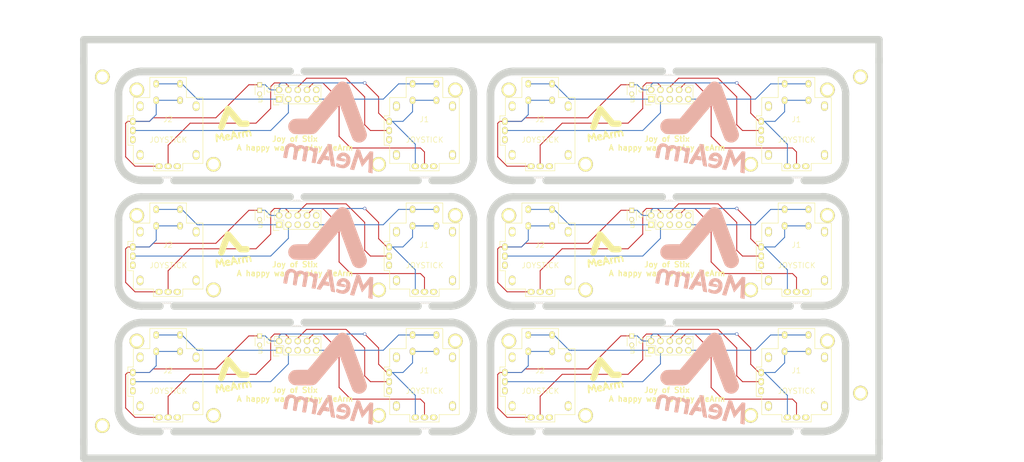
<source format=kicad_pcb>
(kicad_pcb (version 4) (host pcbnew "(2015-01-16 BZR 5376)-product")
  (layers (0 F.Cu signal) (31 B.Cu signal) (34 B.Paste user) (35 F.Paste user) (36 B.SilkS user) (37 F.SilkS user) (38 B.Mask user) (39 F.Mask user) (44 Edge.Cuts user))
  (net 0 "")
  (net 1 VCC)
  (net 2 GND)
  (net 3 A2)
  (net 4 A3)
  (net 5 S2)
  (net 6 A0)
  (net 7 A1)
  (net 8 S1)
  (net 9 "Net-(U1-Pad5)")
  (net 10 "Net-(U1-Pad7)")
  (module Mounting_Hole (layer F.Cu) (at 245.11 68.58)
    (fp_text reference "" (at 0 -5) (layer F.SilkS))
    (fp_text value "" (at 0 5) (layer F.SilkS))
    (pad "" thru_hole circle (at 0 0) (size 4 4) (drill 3) (layers *.Cu *.Mask F.SilkS))
  )
  (module Mounting_Hole (layer F.Cu) (at 245.11 154.94)
    (fp_text reference "" (at 0 -5) (layer F.SilkS))
    (fp_text value "" (at 0 5) (layer F.SilkS))
    (pad "" thru_hole circle (at 0 0) (size 4 4) (drill 3) (layers *.Cu *.Mask F.SilkS))
  )
  (module Mounting_Hole (layer F.Cu) (at 38.1 163.83)
    (fp_text reference "" (at 0 -5) (layer F.SilkS))
    (fp_text value "" (at 0 5) (layer F.SilkS))
    (pad "" thru_hole circle (at 0 0) (size 4 4) (drill 3) (layers *.Cu *.Mask F.SilkS))
  )
  (module Mounting_Hole (layer F.Cu) (at 38.1 68.58)
    (fp_text reference "" (at 0 -5) (layer F.SilkS))
    (fp_text value "" (at 0 5) (layer F.SilkS))
    (pad "" thru_hole circle (at 0 0) (size 4 4) (drill 3) (layers *.Cu *.Mask F.SilkS))
  )
  (module brains:MeArmLogo10mm (layer F.Cu) (at 175.514 81.407)
    (fp_text reference G*** hide)
    (fp_text value LOGO hide)
  )
  (module brains:MeArmLogo25mm (layer B.Cu) (at 201.422 82.423 180)
    (fp_text reference G*** hide)
    (fp_text value LOGO hide)
  )
  (module brains:TinyDrillHole (layer F.Cu) (at 156.21 96.139)
    (fp_text reference "" (at 0 0) (layer F.SilkS))
    (fp_text value "" (at 0 0 90) (layer F.SilkS))
    (pad 2 thru_hole circle (at 0 0) (size 0.3 0.3) (drill 0.3) (layers *.Cu *.Mask F.SilkS))
  )
  (module Pin_Headers:Pin_Header_Straight_2x05 (layer F.Cu) (at 187.96 74.676 90)
    (fp_text reference U1 (at 0 -5.1 90) (layer F.SilkS))
    (fp_text value JoyConnectISP)
    (pad 1 thru_hole rect (at 0 0 90) (size 1.7272 1.7272) (drill 1.016) (layers *.Cu *.Mask F.SilkS) (net 8 S1))
    (pad 2 thru_hole oval (at 2.54 0 90) (size 1.7272 1.7272) (drill 1.016) (layers *.Cu *.Mask F.SilkS) (net 1 VCC))
    (pad 3 thru_hole oval (at 0 2.54 90) (size 1.7272 1.7272) (drill 1.016) (layers *.Cu *.Mask F.SilkS) (net 6 A0))
    (pad 4 thru_hole oval (at 2.54 2.54 90) (size 1.7272 1.7272) (drill 1.016) (layers *.Cu *.Mask F.SilkS) (net 7 A1))
    (pad 5 thru_hole oval (at 0 5.08 90) (size 1.7272 1.7272) (drill 1.016) (layers *.Cu *.Mask F.SilkS) (net 9 "Net-(U1-Pad5)"))
    (pad 6 thru_hole oval (at 2.54 5.08 90) (size 1.7272 1.7272) (drill 1.016) (layers *.Cu *.Mask F.SilkS) (net 3 A2))
    (pad 7 thru_hole oval (at 0 7.62 90) (size 1.7272 1.7272) (drill 1.016) (layers *.Cu *.Mask F.SilkS) (net 10 "Net-(U1-Pad7)"))
    (pad 8 thru_hole oval (at 2.54 7.62 90) (size 1.7272 1.7272) (drill 1.016) (layers *.Cu *.Mask F.SilkS) (net 4 A3))
    (pad 9 thru_hole oval (at 0 10.16 90) (size 1.7272 1.7272) (drill 1.016) (layers *.Cu *.Mask F.SilkS) (net 5 S2))
    (pad 10 thru_hole oval (at 2.54 10.16 90) (size 1.7272 1.7272) (drill 1.016) (layers *.Cu *.Mask F.SilkS) (net 2 GND))
  )
  (module Capacitors_ThroughHole:C_Disc_D3_P2.5 (layer F.Cu) (at 182.658 70.736 270)
    (fp_text reference C1 (at 1.25 -2.5 270) (layer F.SilkS))
    (fp_text value C)
    (pad 1 thru_hole rect (at 0 0 270) (size 1.3 1.3) (drill 0.8) (layers *.Cu *.Mask F.SilkS) (net 1 VCC))
    (pad 2 thru_hole circle (at 2.5 0 270) (size 1.3 1.3) (drill 0.8001) (layers *.Cu *.Mask F.SilkS) (net 2 GND))
  )
  (module Mounting_Hole (layer F.Cu) (at 170.053 92.456)
    (fp_text reference "" (at 0 -5) (layer F.SilkS))
    (fp_text value "" (at 0 5) (layer F.SilkS))
    (pad "" thru_hole circle (at 0 0) (size 4 4) (drill 3) (layers *.Cu *.Mask F.SilkS))
  )
  (module Mounting_Hole (layer F.Cu) (at 236.093 72.136)
    (fp_text reference "" (at 0 -5) (layer F.SilkS))
    (fp_text value "" (at 0 5) (layer F.SilkS))
    (pad "" thru_hole circle (at 0 0) (size 4 4) (drill 3) (layers *.Cu *.Mask F.SilkS))
  )
  (module Mounting_Hole (layer F.Cu) (at 215.138 92.456)
    (fp_text reference "" (at 0 -5) (layer F.SilkS))
    (fp_text value "" (at 0 5) (layer F.SilkS))
    (pad "" thru_hole circle (at 0 0) (size 4 4) (drill 3) (layers *.Cu *.Mask F.SilkS))
  )
  (module Mounting_Hole (layer F.Cu) (at 149.098 72.136)
    (fp_text reference "" (at 0 -5) (layer F.SilkS))
    (fp_text value "" (at 0 5) (layer F.SilkS))
    (pad "" thru_hole circle (at 0 0) (size 4 4) (drill 3) (layers *.Cu *.Mask F.SilkS))
  )
  (module Brains:JOYSTICKS (layer F.Cu) (at 157.658 83.236)
    (fp_text reference J2 (at -0.05 -3.05) (layer F.SilkS) (effects (font (size 1.5 1.5))))
    (fp_text value JOYSTICK (at 0.05 2.55) (layer F.SilkS) (effects (font (size 1.5 1.5))))
    (pad "" thru_hole oval (at -7.65 -6.65) (size 1.8 2.6) (drill 1.4) (layers *.Cu *.Mask F.SilkS))
    (pad "" thru_hole oval (at 7.65 -6.65) (size 1.8 2.6) (drill 1.4) (layers *.Cu *.Mask F.SilkS))
    (pad "" thru_hole oval (at 7.65 6.65) (size 1.8 2.6) (drill 1.4) (layers *.Cu *.Mask F.SilkS))
    (pad "" thru_hole oval (at -7.65 6.65) (size 1.8 2.6) (drill 1.4) (layers *.Cu *.Mask F.SilkS))
    (pad 4 thru_hole oval (at -9.65 0) (size 1.524 2) (drill 0.9) (layers *.Cu *.Mask F.SilkS) (net 6 A0))
    (pad 3 thru_hole oval (at -9.65 -2.5) (size 1.524 2) (drill 0.9) (layers *.Cu *.Mask F.SilkS) (net 1 VCC))
    (pad 5 thru_hole oval (at -9.65 2.5) (size 1.524 2) (drill 0.9) (layers *.Cu *.Mask F.SilkS) (net 2 GND))
    (pad 7 thru_hole oval (at 0 9.75) (size 2 1.54) (drill 0.9) (layers *.Cu *.Mask F.SilkS) (net 7 A1))
    (pad 6 thru_hole oval (at -2.5 9.75) (size 2 1.54) (drill 0.9) (layers *.Cu *.Mask F.SilkS) (net 1 VCC))
    (pad 8 thru_hole oval (at 2.5 9.75) (size 2 1.54) (drill 0.9) (layers *.Cu *.Mask F.SilkS) (net 2 GND))
    (pad 2 thru_hole oval (at -3.25 -8.25) (size 1.524 2) (drill 0.762) (layers *.Cu *.Mask F.SilkS) (net 1 VCC))
    (pad 2 thru_hole oval (at 3.25 -8.25) (size 1.524 2) (drill 0.762) (layers *.Cu *.Mask F.SilkS) (net 1 VCC))
    (pad 1 thru_hole oval (at 3.25 -12.75) (size 1.524 2) (drill 0.762) (layers *.Cu *.Mask F.SilkS) (net 8 S1))
    (pad 1 thru_hole oval (at -3.25 -12.75) (size 1.524 2) (drill 0.762) (layers *.Cu *.Mask F.SilkS) (net 8 S1))
  )
  (module Brains:JOYSTICKS (layer F.Cu) (at 227.658 83.236)
    (fp_text reference J1 (at -0.05 -3.05) (layer F.SilkS) (effects (font (size 1.5 1.5))))
    (fp_text value JOYSTICK (at 0.05 2.55) (layer F.SilkS) (effects (font (size 1.5 1.5))))
    (pad "" thru_hole oval (at -7.65 -6.65) (size 1.8 2.6) (drill 1.4) (layers *.Cu *.Mask F.SilkS))
    (pad "" thru_hole oval (at 7.65 -6.65) (size 1.8 2.6) (drill 1.4) (layers *.Cu *.Mask F.SilkS))
    (pad "" thru_hole oval (at 7.65 6.65) (size 1.8 2.6) (drill 1.4) (layers *.Cu *.Mask F.SilkS))
    (pad "" thru_hole oval (at -7.65 6.65) (size 1.8 2.6) (drill 1.4) (layers *.Cu *.Mask F.SilkS))
    (pad 4 thru_hole oval (at -9.65 0) (size 1.524 2) (drill 0.9) (layers *.Cu *.Mask F.SilkS) (net 3 A2))
    (pad 3 thru_hole oval (at -9.65 -2.5) (size 1.524 2) (drill 0.9) (layers *.Cu *.Mask F.SilkS) (net 1 VCC))
    (pad 5 thru_hole oval (at -9.65 2.5) (size 1.524 2) (drill 0.9) (layers *.Cu *.Mask F.SilkS) (net 2 GND))
    (pad 7 thru_hole oval (at 0 9.75) (size 2 1.54) (drill 0.9) (layers *.Cu *.Mask F.SilkS) (net 4 A3))
    (pad 6 thru_hole oval (at -2.5 9.75) (size 2 1.54) (drill 0.9) (layers *.Cu *.Mask F.SilkS) (net 1 VCC))
    (pad 8 thru_hole oval (at 2.5 9.75) (size 2 1.54) (drill 0.9) (layers *.Cu *.Mask F.SilkS) (net 2 GND))
    (pad 2 thru_hole oval (at -3.25 -8.25) (size 1.524 2) (drill 0.762) (layers *.Cu *.Mask F.SilkS) (net 1 VCC))
    (pad 2 thru_hole oval (at 3.25 -8.25) (size 1.524 2) (drill 0.762) (layers *.Cu *.Mask F.SilkS) (net 1 VCC))
    (pad 1 thru_hole oval (at 3.25 -12.75) (size 1.524 2) (drill 0.762) (layers *.Cu *.Mask F.SilkS) (net 5 S2))
    (pad 1 thru_hole oval (at -3.25 -12.75) (size 1.524 2) (drill 0.762) (layers *.Cu *.Mask F.SilkS) (net 5 S2))
  )
  (module brains:TinyDrillHole (layer F.Cu) (at 156.718 96.139)
    (fp_text reference "" (at 0 0) (layer F.SilkS))
    (fp_text value "" (at 0 0 90) (layer F.SilkS))
    (pad 2 thru_hole circle (at 0 0) (size 0.3 0.3) (drill 0.3) (layers *.Cu *.Mask F.SilkS))
  )
  (module brains:TinyDrillHole (layer F.Cu) (at 157.734 96.139)
    (fp_text reference "" (at 0 0) (layer F.SilkS))
    (fp_text value "" (at 0 0 90) (layer F.SilkS))
    (pad 2 thru_hole circle (at 0 0) (size 0.3 0.3) (drill 0.3) (layers *.Cu *.Mask F.SilkS))
  )
  (module brains:TinyDrillHole (layer F.Cu) (at 157.226 96.139)
    (fp_text reference "" (at 0 0) (layer F.SilkS))
    (fp_text value "" (at 0 0 90) (layer F.SilkS))
    (pad 2 thru_hole circle (at 0 0) (size 0.3 0.3) (drill 0.3) (layers *.Cu *.Mask F.SilkS))
  )
  (module brains:TinyDrillHole (layer F.Cu) (at 158.242 96.139)
    (fp_text reference "" (at 0 0) (layer F.SilkS))
    (fp_text value "" (at 0 0 90) (layer F.SilkS))
    (pad 2 thru_hole circle (at 0 0) (size 0.3 0.3) (drill 0.3) (layers *.Cu *.Mask F.SilkS))
  )
  (module brains:TinyDrillHole (layer F.Cu) (at 193.802 67.945)
    (fp_text reference "" (at 0 0) (layer F.SilkS))
    (fp_text value "" (at 0 0 90) (layer F.SilkS))
    (pad 2 thru_hole circle (at 0 0) (size 0.3 0.3) (drill 0.3) (layers *.Cu *.Mask F.SilkS))
  )
  (module brains:TinyDrillHole (layer F.Cu) (at 192.786 67.945)
    (fp_text reference "" (at 0 0) (layer F.SilkS))
    (fp_text value "" (at 0 0 90) (layer F.SilkS))
    (pad 2 thru_hole circle (at 0 0) (size 0.3 0.3) (drill 0.3) (layers *.Cu *.Mask F.SilkS))
  )
  (module brains:TinyDrillHole (layer F.Cu) (at 193.294 67.945)
    (fp_text reference "" (at 0 0) (layer F.SilkS))
    (fp_text value "" (at 0 0 90) (layer F.SilkS))
    (pad 2 thru_hole circle (at 0 0) (size 0.3 0.3) (drill 0.3) (layers *.Cu *.Mask F.SilkS))
  )
  (module brains:TinyDrillHole (layer F.Cu) (at 192.278 67.945)
    (fp_text reference "" (at 0 0) (layer F.SilkS))
    (fp_text value "" (at 0 0 90) (layer F.SilkS))
    (pad 2 thru_hole circle (at 0 0) (size 0.3 0.3) (drill 0.3) (layers *.Cu *.Mask F.SilkS))
  )
  (module brains:TinyDrillHole (layer F.Cu) (at 191.77 67.945)
    (fp_text reference "" (at 0 0) (layer F.SilkS))
    (fp_text value "" (at 0 0 90) (layer F.SilkS))
    (pad 2 thru_hole circle (at 0 0) (size 0.3 0.3) (drill 0.3) (layers *.Cu *.Mask F.SilkS))
  )
  (module brains:TinyDrillHole (layer F.Cu) (at 228.854 96.139)
    (fp_text reference "" (at 0 0) (layer F.SilkS))
    (fp_text value "" (at 0 0 90) (layer F.SilkS))
    (pad 2 thru_hole circle (at 0 0) (size 0.3 0.3) (drill 0.3) (layers *.Cu *.Mask F.SilkS))
  )
  (module brains:TinyDrillHole (layer F.Cu) (at 227.838 96.139)
    (fp_text reference "" (at 0 0) (layer F.SilkS))
    (fp_text value "" (at 0 0 90) (layer F.SilkS))
    (pad 2 thru_hole circle (at 0 0) (size 0.3 0.3) (drill 0.3) (layers *.Cu *.Mask F.SilkS))
  )
  (module brains:TinyDrillHole (layer F.Cu) (at 228.346 96.139)
    (fp_text reference "" (at 0 0) (layer F.SilkS))
    (fp_text value "" (at 0 0 90) (layer F.SilkS))
    (pad 2 thru_hole circle (at 0 0) (size 0.3 0.3) (drill 0.3) (layers *.Cu *.Mask F.SilkS))
  )
  (module brains:TinyDrillHole (layer F.Cu) (at 227.33 96.139)
    (fp_text reference "" (at 0 0) (layer F.SilkS))
    (fp_text value "" (at 0 0 90) (layer F.SilkS))
    (pad 2 thru_hole circle (at 0 0) (size 0.3 0.3) (drill 0.3) (layers *.Cu *.Mask F.SilkS))
  )
  (module brains:TinyDrillHole (layer F.Cu) (at 226.822 96.139)
    (fp_text reference "" (at 0 0) (layer F.SilkS))
    (fp_text value "" (at 0 0 90) (layer F.SilkS))
    (pad 2 thru_hole circle (at 0 0) (size 0.3 0.3) (drill 0.3) (layers *.Cu *.Mask F.SilkS))
  )
  (module brains:TinyDrillHole (layer F.Cu) (at 226.822 130.429)
    (fp_text reference "" (at 0 0) (layer F.SilkS))
    (fp_text value "" (at 0 0 90) (layer F.SilkS))
    (pad 2 thru_hole circle (at 0 0) (size 0.3 0.3) (drill 0.3) (layers *.Cu *.Mask F.SilkS))
  )
  (module brains:TinyDrillHole (layer F.Cu) (at 227.33 130.429)
    (fp_text reference "" (at 0 0) (layer F.SilkS))
    (fp_text value "" (at 0 0 90) (layer F.SilkS))
    (pad 2 thru_hole circle (at 0 0) (size 0.3 0.3) (drill 0.3) (layers *.Cu *.Mask F.SilkS))
  )
  (module brains:TinyDrillHole (layer F.Cu) (at 228.346 130.429)
    (fp_text reference "" (at 0 0) (layer F.SilkS))
    (fp_text value "" (at 0 0 90) (layer F.SilkS))
    (pad 2 thru_hole circle (at 0 0) (size 0.3 0.3) (drill 0.3) (layers *.Cu *.Mask F.SilkS))
  )
  (module brains:TinyDrillHole (layer F.Cu) (at 227.838 130.429)
    (fp_text reference "" (at 0 0) (layer F.SilkS))
    (fp_text value "" (at 0 0 90) (layer F.SilkS))
    (pad 2 thru_hole circle (at 0 0) (size 0.3 0.3) (drill 0.3) (layers *.Cu *.Mask F.SilkS))
  )
  (module brains:TinyDrillHole (layer F.Cu) (at 228.854 130.429)
    (fp_text reference "" (at 0 0) (layer F.SilkS))
    (fp_text value "" (at 0 0 90) (layer F.SilkS))
    (pad 2 thru_hole circle (at 0 0) (size 0.3 0.3) (drill 0.3) (layers *.Cu *.Mask F.SilkS))
  )
  (module brains:TinyDrillHole (layer F.Cu) (at 191.77 102.235)
    (fp_text reference "" (at 0 0) (layer F.SilkS))
    (fp_text value "" (at 0 0 90) (layer F.SilkS))
    (pad 2 thru_hole circle (at 0 0) (size 0.3 0.3) (drill 0.3) (layers *.Cu *.Mask F.SilkS))
  )
  (module brains:TinyDrillHole (layer F.Cu) (at 192.278 102.235)
    (fp_text reference "" (at 0 0) (layer F.SilkS))
    (fp_text value "" (at 0 0 90) (layer F.SilkS))
    (pad 2 thru_hole circle (at 0 0) (size 0.3 0.3) (drill 0.3) (layers *.Cu *.Mask F.SilkS))
  )
  (module brains:TinyDrillHole (layer F.Cu) (at 193.294 102.235)
    (fp_text reference "" (at 0 0) (layer F.SilkS))
    (fp_text value "" (at 0 0 90) (layer F.SilkS))
    (pad 2 thru_hole circle (at 0 0) (size 0.3 0.3) (drill 0.3) (layers *.Cu *.Mask F.SilkS))
  )
  (module brains:TinyDrillHole (layer F.Cu) (at 192.786 102.235)
    (fp_text reference "" (at 0 0) (layer F.SilkS))
    (fp_text value "" (at 0 0 90) (layer F.SilkS))
    (pad 2 thru_hole circle (at 0 0) (size 0.3 0.3) (drill 0.3) (layers *.Cu *.Mask F.SilkS))
  )
  (module brains:TinyDrillHole (layer F.Cu) (at 193.802 102.235)
    (fp_text reference "" (at 0 0) (layer F.SilkS))
    (fp_text value "" (at 0 0 90) (layer F.SilkS))
    (pad 2 thru_hole circle (at 0 0) (size 0.3 0.3) (drill 0.3) (layers *.Cu *.Mask F.SilkS))
  )
  (module brains:TinyDrillHole (layer F.Cu) (at 158.242 130.429)
    (fp_text reference "" (at 0 0) (layer F.SilkS))
    (fp_text value "" (at 0 0 90) (layer F.SilkS))
    (pad 2 thru_hole circle (at 0 0) (size 0.3 0.3) (drill 0.3) (layers *.Cu *.Mask F.SilkS))
  )
  (module brains:TinyDrillHole (layer F.Cu) (at 157.226 130.429)
    (fp_text reference "" (at 0 0) (layer F.SilkS))
    (fp_text value "" (at 0 0 90) (layer F.SilkS))
    (pad 2 thru_hole circle (at 0 0) (size 0.3 0.3) (drill 0.3) (layers *.Cu *.Mask F.SilkS))
  )
  (module brains:TinyDrillHole (layer F.Cu) (at 157.734 130.429)
    (fp_text reference "" (at 0 0) (layer F.SilkS))
    (fp_text value "" (at 0 0 90) (layer F.SilkS))
    (pad 2 thru_hole circle (at 0 0) (size 0.3 0.3) (drill 0.3) (layers *.Cu *.Mask F.SilkS))
  )
  (module brains:TinyDrillHole (layer F.Cu) (at 156.718 130.429)
    (fp_text reference "" (at 0 0) (layer F.SilkS))
    (fp_text value "" (at 0 0 90) (layer F.SilkS))
    (pad 2 thru_hole circle (at 0 0) (size 0.3 0.3) (drill 0.3) (layers *.Cu *.Mask F.SilkS))
  )
  (module Brains:JOYSTICKS (layer F.Cu) (at 227.658 117.526)
    (fp_text reference J1 (at -0.05 -3.05) (layer F.SilkS) (effects (font (size 1.5 1.5))))
    (fp_text value JOYSTICK (at 0.05 2.55) (layer F.SilkS) (effects (font (size 1.5 1.5))))
    (pad "" thru_hole oval (at -7.65 -6.65) (size 1.8 2.6) (drill 1.4) (layers *.Cu *.Mask F.SilkS))
    (pad "" thru_hole oval (at 7.65 -6.65) (size 1.8 2.6) (drill 1.4) (layers *.Cu *.Mask F.SilkS))
    (pad "" thru_hole oval (at 7.65 6.65) (size 1.8 2.6) (drill 1.4) (layers *.Cu *.Mask F.SilkS))
    (pad "" thru_hole oval (at -7.65 6.65) (size 1.8 2.6) (drill 1.4) (layers *.Cu *.Mask F.SilkS))
    (pad 4 thru_hole oval (at -9.65 0) (size 1.524 2) (drill 0.9) (layers *.Cu *.Mask F.SilkS) (net 3 A2))
    (pad 3 thru_hole oval (at -9.65 -2.5) (size 1.524 2) (drill 0.9) (layers *.Cu *.Mask F.SilkS) (net 1 VCC))
    (pad 5 thru_hole oval (at -9.65 2.5) (size 1.524 2) (drill 0.9) (layers *.Cu *.Mask F.SilkS) (net 2 GND))
    (pad 7 thru_hole oval (at 0 9.75) (size 2 1.54) (drill 0.9) (layers *.Cu *.Mask F.SilkS) (net 4 A3))
    (pad 6 thru_hole oval (at -2.5 9.75) (size 2 1.54) (drill 0.9) (layers *.Cu *.Mask F.SilkS) (net 1 VCC))
    (pad 8 thru_hole oval (at 2.5 9.75) (size 2 1.54) (drill 0.9) (layers *.Cu *.Mask F.SilkS) (net 2 GND))
    (pad 2 thru_hole oval (at -3.25 -8.25) (size 1.524 2) (drill 0.762) (layers *.Cu *.Mask F.SilkS) (net 1 VCC))
    (pad 2 thru_hole oval (at 3.25 -8.25) (size 1.524 2) (drill 0.762) (layers *.Cu *.Mask F.SilkS) (net 1 VCC))
    (pad 1 thru_hole oval (at 3.25 -12.75) (size 1.524 2) (drill 0.762) (layers *.Cu *.Mask F.SilkS) (net 5 S2))
    (pad 1 thru_hole oval (at -3.25 -12.75) (size 1.524 2) (drill 0.762) (layers *.Cu *.Mask F.SilkS) (net 5 S2))
  )
  (module Brains:JOYSTICKS (layer F.Cu) (at 157.658 117.526)
    (fp_text reference J2 (at -0.05 -3.05) (layer F.SilkS) (effects (font (size 1.5 1.5))))
    (fp_text value JOYSTICK (at 0.05 2.55) (layer F.SilkS) (effects (font (size 1.5 1.5))))
    (pad "" thru_hole oval (at -7.65 -6.65) (size 1.8 2.6) (drill 1.4) (layers *.Cu *.Mask F.SilkS))
    (pad "" thru_hole oval (at 7.65 -6.65) (size 1.8 2.6) (drill 1.4) (layers *.Cu *.Mask F.SilkS))
    (pad "" thru_hole oval (at 7.65 6.65) (size 1.8 2.6) (drill 1.4) (layers *.Cu *.Mask F.SilkS))
    (pad "" thru_hole oval (at -7.65 6.65) (size 1.8 2.6) (drill 1.4) (layers *.Cu *.Mask F.SilkS))
    (pad 4 thru_hole oval (at -9.65 0) (size 1.524 2) (drill 0.9) (layers *.Cu *.Mask F.SilkS) (net 6 A0))
    (pad 3 thru_hole oval (at -9.65 -2.5) (size 1.524 2) (drill 0.9) (layers *.Cu *.Mask F.SilkS) (net 1 VCC))
    (pad 5 thru_hole oval (at -9.65 2.5) (size 1.524 2) (drill 0.9) (layers *.Cu *.Mask F.SilkS) (net 2 GND))
    (pad 7 thru_hole oval (at 0 9.75) (size 2 1.54) (drill 0.9) (layers *.Cu *.Mask F.SilkS) (net 7 A1))
    (pad 6 thru_hole oval (at -2.5 9.75) (size 2 1.54) (drill 0.9) (layers *.Cu *.Mask F.SilkS) (net 1 VCC))
    (pad 8 thru_hole oval (at 2.5 9.75) (size 2 1.54) (drill 0.9) (layers *.Cu *.Mask F.SilkS) (net 2 GND))
    (pad 2 thru_hole oval (at -3.25 -8.25) (size 1.524 2) (drill 0.762) (layers *.Cu *.Mask F.SilkS) (net 1 VCC))
    (pad 2 thru_hole oval (at 3.25 -8.25) (size 1.524 2) (drill 0.762) (layers *.Cu *.Mask F.SilkS) (net 1 VCC))
    (pad 1 thru_hole oval (at 3.25 -12.75) (size 1.524 2) (drill 0.762) (layers *.Cu *.Mask F.SilkS) (net 8 S1))
    (pad 1 thru_hole oval (at -3.25 -12.75) (size 1.524 2) (drill 0.762) (layers *.Cu *.Mask F.SilkS) (net 8 S1))
  )
  (module Mounting_Hole (layer F.Cu) (at 149.098 106.426)
    (fp_text reference "" (at 0 -5) (layer F.SilkS))
    (fp_text value "" (at 0 5) (layer F.SilkS))
    (pad "" thru_hole circle (at 0 0) (size 4 4) (drill 3) (layers *.Cu *.Mask F.SilkS))
  )
  (module Mounting_Hole (layer F.Cu) (at 215.138 126.746)
    (fp_text reference "" (at 0 -5) (layer F.SilkS))
    (fp_text value "" (at 0 5) (layer F.SilkS))
    (pad "" thru_hole circle (at 0 0) (size 4 4) (drill 3) (layers *.Cu *.Mask F.SilkS))
  )
  (module Mounting_Hole (layer F.Cu) (at 236.093 106.426)
    (fp_text reference "" (at 0 -5) (layer F.SilkS))
    (fp_text value "" (at 0 5) (layer F.SilkS))
    (pad "" thru_hole circle (at 0 0) (size 4 4) (drill 3) (layers *.Cu *.Mask F.SilkS))
  )
  (module Mounting_Hole (layer F.Cu) (at 170.053 126.746)
    (fp_text reference "" (at 0 -5) (layer F.SilkS))
    (fp_text value "" (at 0 5) (layer F.SilkS))
    (pad "" thru_hole circle (at 0 0) (size 4 4) (drill 3) (layers *.Cu *.Mask F.SilkS))
  )
  (module Capacitors_ThroughHole:C_Disc_D3_P2.5 (layer F.Cu) (at 182.658 105.026 270)
    (fp_text reference C1 (at 1.25 -2.5 270) (layer F.SilkS))
    (fp_text value C)
    (pad 1 thru_hole rect (at 0 0 270) (size 1.3 1.3) (drill 0.8) (layers *.Cu *.Mask F.SilkS) (net 1 VCC))
    (pad 2 thru_hole circle (at 2.5 0 270) (size 1.3 1.3) (drill 0.8001) (layers *.Cu *.Mask F.SilkS) (net 2 GND))
  )
  (module Pin_Headers:Pin_Header_Straight_2x05 (layer F.Cu) (at 187.96 108.966 90)
    (fp_text reference U1 (at 0 -5.1 90) (layer F.SilkS))
    (fp_text value JoyConnectISP)
    (pad 1 thru_hole rect (at 0 0 90) (size 1.7272 1.7272) (drill 1.016) (layers *.Cu *.Mask F.SilkS) (net 8 S1))
    (pad 2 thru_hole oval (at 2.54 0 90) (size 1.7272 1.7272) (drill 1.016) (layers *.Cu *.Mask F.SilkS) (net 1 VCC))
    (pad 3 thru_hole oval (at 0 2.54 90) (size 1.7272 1.7272) (drill 1.016) (layers *.Cu *.Mask F.SilkS) (net 6 A0))
    (pad 4 thru_hole oval (at 2.54 2.54 90) (size 1.7272 1.7272) (drill 1.016) (layers *.Cu *.Mask F.SilkS) (net 7 A1))
    (pad 5 thru_hole oval (at 0 5.08 90) (size 1.7272 1.7272) (drill 1.016) (layers *.Cu *.Mask F.SilkS) (net 9 "Net-(U1-Pad5)"))
    (pad 6 thru_hole oval (at 2.54 5.08 90) (size 1.7272 1.7272) (drill 1.016) (layers *.Cu *.Mask F.SilkS) (net 3 A2))
    (pad 7 thru_hole oval (at 0 7.62 90) (size 1.7272 1.7272) (drill 1.016) (layers *.Cu *.Mask F.SilkS) (net 10 "Net-(U1-Pad7)"))
    (pad 8 thru_hole oval (at 2.54 7.62 90) (size 1.7272 1.7272) (drill 1.016) (layers *.Cu *.Mask F.SilkS) (net 4 A3))
    (pad 9 thru_hole oval (at 0 10.16 90) (size 1.7272 1.7272) (drill 1.016) (layers *.Cu *.Mask F.SilkS) (net 5 S2))
    (pad 10 thru_hole oval (at 2.54 10.16 90) (size 1.7272 1.7272) (drill 1.016) (layers *.Cu *.Mask F.SilkS) (net 2 GND))
  )
  (module brains:TinyDrillHole (layer F.Cu) (at 156.21 130.429)
    (fp_text reference "" (at 0 0) (layer F.SilkS))
    (fp_text value "" (at 0 0 90) (layer F.SilkS))
    (pad 2 thru_hole circle (at 0 0) (size 0.3 0.3) (drill 0.3) (layers *.Cu *.Mask F.SilkS))
  )
  (module brains:MeArmLogo25mm (layer B.Cu) (at 201.422 116.713 180)
    (fp_text reference G*** hide)
    (fp_text value LOGO hide)
  )
  (module brains:MeArmLogo10mm (layer F.Cu) (at 175.514 115.697)
    (fp_text reference G*** hide)
    (fp_text value LOGO hide)
  )
  (module brains:MeArmLogo10mm (layer F.Cu) (at 175.514 149.987)
    (fp_text reference G*** hide)
    (fp_text value LOGO hide)
  )
  (module brains:MeArmLogo25mm (layer B.Cu) (at 201.422 151.003 180)
    (fp_text reference G*** hide)
    (fp_text value LOGO hide)
  )
  (module brains:TinyDrillHole (layer F.Cu) (at 156.21 164.719)
    (fp_text reference "" (at 0 0) (layer F.SilkS))
    (fp_text value "" (at 0 0 90) (layer F.SilkS))
    (pad 2 thru_hole circle (at 0 0) (size 0.3 0.3) (drill 0.3) (layers *.Cu *.Mask F.SilkS))
  )
  (module Pin_Headers:Pin_Header_Straight_2x05 (layer F.Cu) (at 187.96 143.256 90)
    (fp_text reference U1 (at 0 -5.1 90) (layer F.SilkS))
    (fp_text value JoyConnectISP)
    (pad 1 thru_hole rect (at 0 0 90) (size 1.7272 1.7272) (drill 1.016) (layers *.Cu *.Mask F.SilkS) (net 8 S1))
    (pad 2 thru_hole oval (at 2.54 0 90) (size 1.7272 1.7272) (drill 1.016) (layers *.Cu *.Mask F.SilkS) (net 1 VCC))
    (pad 3 thru_hole oval (at 0 2.54 90) (size 1.7272 1.7272) (drill 1.016) (layers *.Cu *.Mask F.SilkS) (net 6 A0))
    (pad 4 thru_hole oval (at 2.54 2.54 90) (size 1.7272 1.7272) (drill 1.016) (layers *.Cu *.Mask F.SilkS) (net 7 A1))
    (pad 5 thru_hole oval (at 0 5.08 90) (size 1.7272 1.7272) (drill 1.016) (layers *.Cu *.Mask F.SilkS) (net 9 "Net-(U1-Pad5)"))
    (pad 6 thru_hole oval (at 2.54 5.08 90) (size 1.7272 1.7272) (drill 1.016) (layers *.Cu *.Mask F.SilkS) (net 3 A2))
    (pad 7 thru_hole oval (at 0 7.62 90) (size 1.7272 1.7272) (drill 1.016) (layers *.Cu *.Mask F.SilkS) (net 10 "Net-(U1-Pad7)"))
    (pad 8 thru_hole oval (at 2.54 7.62 90) (size 1.7272 1.7272) (drill 1.016) (layers *.Cu *.Mask F.SilkS) (net 4 A3))
    (pad 9 thru_hole oval (at 0 10.16 90) (size 1.7272 1.7272) (drill 1.016) (layers *.Cu *.Mask F.SilkS) (net 5 S2))
    (pad 10 thru_hole oval (at 2.54 10.16 90) (size 1.7272 1.7272) (drill 1.016) (layers *.Cu *.Mask F.SilkS) (net 2 GND))
  )
  (module Capacitors_ThroughHole:C_Disc_D3_P2.5 (layer F.Cu) (at 182.658 139.316 270)
    (fp_text reference C1 (at 1.25 -2.5 270) (layer F.SilkS))
    (fp_text value C)
    (pad 1 thru_hole rect (at 0 0 270) (size 1.3 1.3) (drill 0.8) (layers *.Cu *.Mask F.SilkS) (net 1 VCC))
    (pad 2 thru_hole circle (at 2.5 0 270) (size 1.3 1.3) (drill 0.8001) (layers *.Cu *.Mask F.SilkS) (net 2 GND))
  )
  (module Mounting_Hole (layer F.Cu) (at 170.053 161.036)
    (fp_text reference "" (at 0 -5) (layer F.SilkS))
    (fp_text value "" (at 0 5) (layer F.SilkS))
    (pad "" thru_hole circle (at 0 0) (size 4 4) (drill 3) (layers *.Cu *.Mask F.SilkS))
  )
  (module Mounting_Hole (layer F.Cu) (at 236.093 140.716)
    (fp_text reference "" (at 0 -5) (layer F.SilkS))
    (fp_text value "" (at 0 5) (layer F.SilkS))
    (pad "" thru_hole circle (at 0 0) (size 4 4) (drill 3) (layers *.Cu *.Mask F.SilkS))
  )
  (module Mounting_Hole (layer F.Cu) (at 215.138 161.036)
    (fp_text reference "" (at 0 -5) (layer F.SilkS))
    (fp_text value "" (at 0 5) (layer F.SilkS))
    (pad "" thru_hole circle (at 0 0) (size 4 4) (drill 3) (layers *.Cu *.Mask F.SilkS))
  )
  (module Mounting_Hole (layer F.Cu) (at 149.098 140.716)
    (fp_text reference "" (at 0 -5) (layer F.SilkS))
    (fp_text value "" (at 0 5) (layer F.SilkS))
    (pad "" thru_hole circle (at 0 0) (size 4 4) (drill 3) (layers *.Cu *.Mask F.SilkS))
  )
  (module Brains:JOYSTICKS (layer F.Cu) (at 157.658 151.816)
    (fp_text reference J2 (at -0.05 -3.05) (layer F.SilkS) (effects (font (size 1.5 1.5))))
    (fp_text value JOYSTICK (at 0.05 2.55) (layer F.SilkS) (effects (font (size 1.5 1.5))))
    (pad "" thru_hole oval (at -7.65 -6.65) (size 1.8 2.6) (drill 1.4) (layers *.Cu *.Mask F.SilkS))
    (pad "" thru_hole oval (at 7.65 -6.65) (size 1.8 2.6) (drill 1.4) (layers *.Cu *.Mask F.SilkS))
    (pad "" thru_hole oval (at 7.65 6.65) (size 1.8 2.6) (drill 1.4) (layers *.Cu *.Mask F.SilkS))
    (pad "" thru_hole oval (at -7.65 6.65) (size 1.8 2.6) (drill 1.4) (layers *.Cu *.Mask F.SilkS))
    (pad 4 thru_hole oval (at -9.65 0) (size 1.524 2) (drill 0.9) (layers *.Cu *.Mask F.SilkS) (net 6 A0))
    (pad 3 thru_hole oval (at -9.65 -2.5) (size 1.524 2) (drill 0.9) (layers *.Cu *.Mask F.SilkS) (net 1 VCC))
    (pad 5 thru_hole oval (at -9.65 2.5) (size 1.524 2) (drill 0.9) (layers *.Cu *.Mask F.SilkS) (net 2 GND))
    (pad 7 thru_hole oval (at 0 9.75) (size 2 1.54) (drill 0.9) (layers *.Cu *.Mask F.SilkS) (net 7 A1))
    (pad 6 thru_hole oval (at -2.5 9.75) (size 2 1.54) (drill 0.9) (layers *.Cu *.Mask F.SilkS) (net 1 VCC))
    (pad 8 thru_hole oval (at 2.5 9.75) (size 2 1.54) (drill 0.9) (layers *.Cu *.Mask F.SilkS) (net 2 GND))
    (pad 2 thru_hole oval (at -3.25 -8.25) (size 1.524 2) (drill 0.762) (layers *.Cu *.Mask F.SilkS) (net 1 VCC))
    (pad 2 thru_hole oval (at 3.25 -8.25) (size 1.524 2) (drill 0.762) (layers *.Cu *.Mask F.SilkS) (net 1 VCC))
    (pad 1 thru_hole oval (at 3.25 -12.75) (size 1.524 2) (drill 0.762) (layers *.Cu *.Mask F.SilkS) (net 8 S1))
    (pad 1 thru_hole oval (at -3.25 -12.75) (size 1.524 2) (drill 0.762) (layers *.Cu *.Mask F.SilkS) (net 8 S1))
  )
  (module Brains:JOYSTICKS (layer F.Cu) (at 227.658 151.816)
    (fp_text reference J1 (at -0.05 -3.05) (layer F.SilkS) (effects (font (size 1.5 1.5))))
    (fp_text value JOYSTICK (at 0.05 2.55) (layer F.SilkS) (effects (font (size 1.5 1.5))))
    (pad "" thru_hole oval (at -7.65 -6.65) (size 1.8 2.6) (drill 1.4) (layers *.Cu *.Mask F.SilkS))
    (pad "" thru_hole oval (at 7.65 -6.65) (size 1.8 2.6) (drill 1.4) (layers *.Cu *.Mask F.SilkS))
    (pad "" thru_hole oval (at 7.65 6.65) (size 1.8 2.6) (drill 1.4) (layers *.Cu *.Mask F.SilkS))
    (pad "" thru_hole oval (at -7.65 6.65) (size 1.8 2.6) (drill 1.4) (layers *.Cu *.Mask F.SilkS))
    (pad 4 thru_hole oval (at -9.65 0) (size 1.524 2) (drill 0.9) (layers *.Cu *.Mask F.SilkS) (net 3 A2))
    (pad 3 thru_hole oval (at -9.65 -2.5) (size 1.524 2) (drill 0.9) (layers *.Cu *.Mask F.SilkS) (net 1 VCC))
    (pad 5 thru_hole oval (at -9.65 2.5) (size 1.524 2) (drill 0.9) (layers *.Cu *.Mask F.SilkS) (net 2 GND))
    (pad 7 thru_hole oval (at 0 9.75) (size 2 1.54) (drill 0.9) (layers *.Cu *.Mask F.SilkS) (net 4 A3))
    (pad 6 thru_hole oval (at -2.5 9.75) (size 2 1.54) (drill 0.9) (layers *.Cu *.Mask F.SilkS) (net 1 VCC))
    (pad 8 thru_hole oval (at 2.5 9.75) (size 2 1.54) (drill 0.9) (layers *.Cu *.Mask F.SilkS) (net 2 GND))
    (pad 2 thru_hole oval (at -3.25 -8.25) (size 1.524 2) (drill 0.762) (layers *.Cu *.Mask F.SilkS) (net 1 VCC))
    (pad 2 thru_hole oval (at 3.25 -8.25) (size 1.524 2) (drill 0.762) (layers *.Cu *.Mask F.SilkS) (net 1 VCC))
    (pad 1 thru_hole oval (at 3.25 -12.75) (size 1.524 2) (drill 0.762) (layers *.Cu *.Mask F.SilkS) (net 5 S2))
    (pad 1 thru_hole oval (at -3.25 -12.75) (size 1.524 2) (drill 0.762) (layers *.Cu *.Mask F.SilkS) (net 5 S2))
  )
  (module brains:TinyDrillHole (layer F.Cu) (at 156.718 164.719)
    (fp_text reference "" (at 0 0) (layer F.SilkS))
    (fp_text value "" (at 0 0 90) (layer F.SilkS))
    (pad 2 thru_hole circle (at 0 0) (size 0.3 0.3) (drill 0.3) (layers *.Cu *.Mask F.SilkS))
  )
  (module brains:TinyDrillHole (layer F.Cu) (at 157.734 164.719)
    (fp_text reference "" (at 0 0) (layer F.SilkS))
    (fp_text value "" (at 0 0 90) (layer F.SilkS))
    (pad 2 thru_hole circle (at 0 0) (size 0.3 0.3) (drill 0.3) (layers *.Cu *.Mask F.SilkS))
  )
  (module brains:TinyDrillHole (layer F.Cu) (at 157.226 164.719)
    (fp_text reference "" (at 0 0) (layer F.SilkS))
    (fp_text value "" (at 0 0 90) (layer F.SilkS))
    (pad 2 thru_hole circle (at 0 0) (size 0.3 0.3) (drill 0.3) (layers *.Cu *.Mask F.SilkS))
  )
  (module brains:TinyDrillHole (layer F.Cu) (at 158.242 164.719)
    (fp_text reference "" (at 0 0) (layer F.SilkS))
    (fp_text value "" (at 0 0 90) (layer F.SilkS))
    (pad 2 thru_hole circle (at 0 0) (size 0.3 0.3) (drill 0.3) (layers *.Cu *.Mask F.SilkS))
  )
  (module brains:TinyDrillHole (layer F.Cu) (at 193.802 136.525)
    (fp_text reference "" (at 0 0) (layer F.SilkS))
    (fp_text value "" (at 0 0 90) (layer F.SilkS))
    (pad 2 thru_hole circle (at 0 0) (size 0.3 0.3) (drill 0.3) (layers *.Cu *.Mask F.SilkS))
  )
  (module brains:TinyDrillHole (layer F.Cu) (at 192.786 136.525)
    (fp_text reference "" (at 0 0) (layer F.SilkS))
    (fp_text value "" (at 0 0 90) (layer F.SilkS))
    (pad 2 thru_hole circle (at 0 0) (size 0.3 0.3) (drill 0.3) (layers *.Cu *.Mask F.SilkS))
  )
  (module brains:TinyDrillHole (layer F.Cu) (at 193.294 136.525)
    (fp_text reference "" (at 0 0) (layer F.SilkS))
    (fp_text value "" (at 0 0 90) (layer F.SilkS))
    (pad 2 thru_hole circle (at 0 0) (size 0.3 0.3) (drill 0.3) (layers *.Cu *.Mask F.SilkS))
  )
  (module brains:TinyDrillHole (layer F.Cu) (at 192.278 136.525)
    (fp_text reference "" (at 0 0) (layer F.SilkS))
    (fp_text value "" (at 0 0 90) (layer F.SilkS))
    (pad 2 thru_hole circle (at 0 0) (size 0.3 0.3) (drill 0.3) (layers *.Cu *.Mask F.SilkS))
  )
  (module brains:TinyDrillHole (layer F.Cu) (at 191.77 136.525)
    (fp_text reference "" (at 0 0) (layer F.SilkS))
    (fp_text value "" (at 0 0 90) (layer F.SilkS))
    (pad 2 thru_hole circle (at 0 0) (size 0.3 0.3) (drill 0.3) (layers *.Cu *.Mask F.SilkS))
  )
  (module brains:TinyDrillHole (layer F.Cu) (at 228.854 164.719)
    (fp_text reference "" (at 0 0) (layer F.SilkS))
    (fp_text value "" (at 0 0 90) (layer F.SilkS))
    (pad 2 thru_hole circle (at 0 0) (size 0.3 0.3) (drill 0.3) (layers *.Cu *.Mask F.SilkS))
  )
  (module brains:TinyDrillHole (layer F.Cu) (at 227.838 164.719)
    (fp_text reference "" (at 0 0) (layer F.SilkS))
    (fp_text value "" (at 0 0 90) (layer F.SilkS))
    (pad 2 thru_hole circle (at 0 0) (size 0.3 0.3) (drill 0.3) (layers *.Cu *.Mask F.SilkS))
  )
  (module brains:TinyDrillHole (layer F.Cu) (at 228.346 164.719)
    (fp_text reference "" (at 0 0) (layer F.SilkS))
    (fp_text value "" (at 0 0 90) (layer F.SilkS))
    (pad 2 thru_hole circle (at 0 0) (size 0.3 0.3) (drill 0.3) (layers *.Cu *.Mask F.SilkS))
  )
  (module brains:TinyDrillHole (layer F.Cu) (at 227.33 164.719)
    (fp_text reference "" (at 0 0) (layer F.SilkS))
    (fp_text value "" (at 0 0 90) (layer F.SilkS))
    (pad 2 thru_hole circle (at 0 0) (size 0.3 0.3) (drill 0.3) (layers *.Cu *.Mask F.SilkS))
  )
  (module brains:TinyDrillHole (layer F.Cu) (at 226.822 164.719)
    (fp_text reference "" (at 0 0) (layer F.SilkS))
    (fp_text value "" (at 0 0 90) (layer F.SilkS))
    (pad 2 thru_hole circle (at 0 0) (size 0.3 0.3) (drill 0.3) (layers *.Cu *.Mask F.SilkS))
  )
  (module brains:TinyDrillHole (layer F.Cu) (at 125.222 164.719)
    (fp_text reference "" (at 0 0) (layer F.SilkS))
    (fp_text value "" (at 0 0 90) (layer F.SilkS))
    (pad 2 thru_hole circle (at 0 0) (size 0.3 0.3) (drill 0.3) (layers *.Cu *.Mask F.SilkS))
  )
  (module brains:TinyDrillHole (layer F.Cu) (at 125.73 164.719)
    (fp_text reference "" (at 0 0) (layer F.SilkS))
    (fp_text value "" (at 0 0 90) (layer F.SilkS))
    (pad 2 thru_hole circle (at 0 0) (size 0.3 0.3) (drill 0.3) (layers *.Cu *.Mask F.SilkS))
  )
  (module brains:TinyDrillHole (layer F.Cu) (at 126.746 164.719)
    (fp_text reference "" (at 0 0) (layer F.SilkS))
    (fp_text value "" (at 0 0 90) (layer F.SilkS))
    (pad 2 thru_hole circle (at 0 0) (size 0.3 0.3) (drill 0.3) (layers *.Cu *.Mask F.SilkS))
  )
  (module brains:TinyDrillHole (layer F.Cu) (at 126.238 164.719)
    (fp_text reference "" (at 0 0) (layer F.SilkS))
    (fp_text value "" (at 0 0 90) (layer F.SilkS))
    (pad 2 thru_hole circle (at 0 0) (size 0.3 0.3) (drill 0.3) (layers *.Cu *.Mask F.SilkS))
  )
  (module brains:TinyDrillHole (layer F.Cu) (at 127.254 164.719)
    (fp_text reference "" (at 0 0) (layer F.SilkS))
    (fp_text value "" (at 0 0 90) (layer F.SilkS))
    (pad 2 thru_hole circle (at 0 0) (size 0.3 0.3) (drill 0.3) (layers *.Cu *.Mask F.SilkS))
  )
  (module brains:TinyDrillHole (layer F.Cu) (at 90.17 136.525)
    (fp_text reference "" (at 0 0) (layer F.SilkS))
    (fp_text value "" (at 0 0 90) (layer F.SilkS))
    (pad 2 thru_hole circle (at 0 0) (size 0.3 0.3) (drill 0.3) (layers *.Cu *.Mask F.SilkS))
  )
  (module brains:TinyDrillHole (layer F.Cu) (at 90.678 136.525)
    (fp_text reference "" (at 0 0) (layer F.SilkS))
    (fp_text value "" (at 0 0 90) (layer F.SilkS))
    (pad 2 thru_hole circle (at 0 0) (size 0.3 0.3) (drill 0.3) (layers *.Cu *.Mask F.SilkS))
  )
  (module brains:TinyDrillHole (layer F.Cu) (at 91.694 136.525)
    (fp_text reference "" (at 0 0) (layer F.SilkS))
    (fp_text value "" (at 0 0 90) (layer F.SilkS))
    (pad 2 thru_hole circle (at 0 0) (size 0.3 0.3) (drill 0.3) (layers *.Cu *.Mask F.SilkS))
  )
  (module brains:TinyDrillHole (layer F.Cu) (at 91.186 136.525)
    (fp_text reference "" (at 0 0) (layer F.SilkS))
    (fp_text value "" (at 0 0 90) (layer F.SilkS))
    (pad 2 thru_hole circle (at 0 0) (size 0.3 0.3) (drill 0.3) (layers *.Cu *.Mask F.SilkS))
  )
  (module brains:TinyDrillHole (layer F.Cu) (at 92.202 136.525)
    (fp_text reference "" (at 0 0) (layer F.SilkS))
    (fp_text value "" (at 0 0 90) (layer F.SilkS))
    (pad 2 thru_hole circle (at 0 0) (size 0.3 0.3) (drill 0.3) (layers *.Cu *.Mask F.SilkS))
  )
  (module brains:TinyDrillHole (layer F.Cu) (at 56.642 164.719)
    (fp_text reference "" (at 0 0) (layer F.SilkS))
    (fp_text value "" (at 0 0 90) (layer F.SilkS))
    (pad 2 thru_hole circle (at 0 0) (size 0.3 0.3) (drill 0.3) (layers *.Cu *.Mask F.SilkS))
  )
  (module brains:TinyDrillHole (layer F.Cu) (at 55.626 164.719)
    (fp_text reference "" (at 0 0) (layer F.SilkS))
    (fp_text value "" (at 0 0 90) (layer F.SilkS))
    (pad 2 thru_hole circle (at 0 0) (size 0.3 0.3) (drill 0.3) (layers *.Cu *.Mask F.SilkS))
  )
  (module brains:TinyDrillHole (layer F.Cu) (at 56.134 164.719)
    (fp_text reference "" (at 0 0) (layer F.SilkS))
    (fp_text value "" (at 0 0 90) (layer F.SilkS))
    (pad 2 thru_hole circle (at 0 0) (size 0.3 0.3) (drill 0.3) (layers *.Cu *.Mask F.SilkS))
  )
  (module brains:TinyDrillHole (layer F.Cu) (at 55.118 164.719)
    (fp_text reference "" (at 0 0) (layer F.SilkS))
    (fp_text value "" (at 0 0 90) (layer F.SilkS))
    (pad 2 thru_hole circle (at 0 0) (size 0.3 0.3) (drill 0.3) (layers *.Cu *.Mask F.SilkS))
  )
  (module Brains:JOYSTICKS (layer F.Cu) (at 126.058 151.816)
    (fp_text reference J1 (at -0.05 -3.05) (layer F.SilkS) (effects (font (size 1.5 1.5))))
    (fp_text value JOYSTICK (at 0.05 2.55) (layer F.SilkS) (effects (font (size 1.5 1.5))))
    (pad "" thru_hole oval (at -7.65 -6.65) (size 1.8 2.6) (drill 1.4) (layers *.Cu *.Mask F.SilkS))
    (pad "" thru_hole oval (at 7.65 -6.65) (size 1.8 2.6) (drill 1.4) (layers *.Cu *.Mask F.SilkS))
    (pad "" thru_hole oval (at 7.65 6.65) (size 1.8 2.6) (drill 1.4) (layers *.Cu *.Mask F.SilkS))
    (pad "" thru_hole oval (at -7.65 6.65) (size 1.8 2.6) (drill 1.4) (layers *.Cu *.Mask F.SilkS))
    (pad 4 thru_hole oval (at -9.65 0) (size 1.524 2) (drill 0.9) (layers *.Cu *.Mask F.SilkS) (net 3 A2))
    (pad 3 thru_hole oval (at -9.65 -2.5) (size 1.524 2) (drill 0.9) (layers *.Cu *.Mask F.SilkS) (net 1 VCC))
    (pad 5 thru_hole oval (at -9.65 2.5) (size 1.524 2) (drill 0.9) (layers *.Cu *.Mask F.SilkS) (net 2 GND))
    (pad 7 thru_hole oval (at 0 9.75) (size 2 1.54) (drill 0.9) (layers *.Cu *.Mask F.SilkS) (net 4 A3))
    (pad 6 thru_hole oval (at -2.5 9.75) (size 2 1.54) (drill 0.9) (layers *.Cu *.Mask F.SilkS) (net 1 VCC))
    (pad 8 thru_hole oval (at 2.5 9.75) (size 2 1.54) (drill 0.9) (layers *.Cu *.Mask F.SilkS) (net 2 GND))
    (pad 2 thru_hole oval (at -3.25 -8.25) (size 1.524 2) (drill 0.762) (layers *.Cu *.Mask F.SilkS) (net 1 VCC))
    (pad 2 thru_hole oval (at 3.25 -8.25) (size 1.524 2) (drill 0.762) (layers *.Cu *.Mask F.SilkS) (net 1 VCC))
    (pad 1 thru_hole oval (at 3.25 -12.75) (size 1.524 2) (drill 0.762) (layers *.Cu *.Mask F.SilkS) (net 5 S2))
    (pad 1 thru_hole oval (at -3.25 -12.75) (size 1.524 2) (drill 0.762) (layers *.Cu *.Mask F.SilkS) (net 5 S2))
  )
  (module Brains:JOYSTICKS (layer F.Cu) (at 56.058 151.816)
    (fp_text reference J2 (at -0.05 -3.05) (layer F.SilkS) (effects (font (size 1.5 1.5))))
    (fp_text value JOYSTICK (at 0.05 2.55) (layer F.SilkS) (effects (font (size 1.5 1.5))))
    (pad "" thru_hole oval (at -7.65 -6.65) (size 1.8 2.6) (drill 1.4) (layers *.Cu *.Mask F.SilkS))
    (pad "" thru_hole oval (at 7.65 -6.65) (size 1.8 2.6) (drill 1.4) (layers *.Cu *.Mask F.SilkS))
    (pad "" thru_hole oval (at 7.65 6.65) (size 1.8 2.6) (drill 1.4) (layers *.Cu *.Mask F.SilkS))
    (pad "" thru_hole oval (at -7.65 6.65) (size 1.8 2.6) (drill 1.4) (layers *.Cu *.Mask F.SilkS))
    (pad 4 thru_hole oval (at -9.65 0) (size 1.524 2) (drill 0.9) (layers *.Cu *.Mask F.SilkS) (net 6 A0))
    (pad 3 thru_hole oval (at -9.65 -2.5) (size 1.524 2) (drill 0.9) (layers *.Cu *.Mask F.SilkS) (net 1 VCC))
    (pad 5 thru_hole oval (at -9.65 2.5) (size 1.524 2) (drill 0.9) (layers *.Cu *.Mask F.SilkS) (net 2 GND))
    (pad 7 thru_hole oval (at 0 9.75) (size 2 1.54) (drill 0.9) (layers *.Cu *.Mask F.SilkS) (net 7 A1))
    (pad 6 thru_hole oval (at -2.5 9.75) (size 2 1.54) (drill 0.9) (layers *.Cu *.Mask F.SilkS) (net 1 VCC))
    (pad 8 thru_hole oval (at 2.5 9.75) (size 2 1.54) (drill 0.9) (layers *.Cu *.Mask F.SilkS) (net 2 GND))
    (pad 2 thru_hole oval (at -3.25 -8.25) (size 1.524 2) (drill 0.762) (layers *.Cu *.Mask F.SilkS) (net 1 VCC))
    (pad 2 thru_hole oval (at 3.25 -8.25) (size 1.524 2) (drill 0.762) (layers *.Cu *.Mask F.SilkS) (net 1 VCC))
    (pad 1 thru_hole oval (at 3.25 -12.75) (size 1.524 2) (drill 0.762) (layers *.Cu *.Mask F.SilkS) (net 8 S1))
    (pad 1 thru_hole oval (at -3.25 -12.75) (size 1.524 2) (drill 0.762) (layers *.Cu *.Mask F.SilkS) (net 8 S1))
  )
  (module Mounting_Hole (layer F.Cu) (at 47.498 140.716)
    (fp_text reference "" (at 0 -5) (layer F.SilkS))
    (fp_text value "" (at 0 5) (layer F.SilkS))
    (pad "" thru_hole circle (at 0 0) (size 4 4) (drill 3) (layers *.Cu *.Mask F.SilkS))
  )
  (module Mounting_Hole (layer F.Cu) (at 113.538 161.036)
    (fp_text reference "" (at 0 -5) (layer F.SilkS))
    (fp_text value "" (at 0 5) (layer F.SilkS))
    (pad "" thru_hole circle (at 0 0) (size 4 4) (drill 3) (layers *.Cu *.Mask F.SilkS))
  )
  (module Mounting_Hole (layer F.Cu) (at 134.493 140.716)
    (fp_text reference "" (at 0 -5) (layer F.SilkS))
    (fp_text value "" (at 0 5) (layer F.SilkS))
    (pad "" thru_hole circle (at 0 0) (size 4 4) (drill 3) (layers *.Cu *.Mask F.SilkS))
  )
  (module Mounting_Hole (layer F.Cu) (at 68.453 161.036)
    (fp_text reference "" (at 0 -5) (layer F.SilkS))
    (fp_text value "" (at 0 5) (layer F.SilkS))
    (pad "" thru_hole circle (at 0 0) (size 4 4) (drill 3) (layers *.Cu *.Mask F.SilkS))
  )
  (module Capacitors_ThroughHole:C_Disc_D3_P2.5 (layer F.Cu) (at 81.058 139.316 270)
    (fp_text reference C1 (at 1.25 -2.5 270) (layer F.SilkS))
    (fp_text value C)
    (pad 1 thru_hole rect (at 0 0 270) (size 1.3 1.3) (drill 0.8) (layers *.Cu *.Mask F.SilkS) (net 1 VCC))
    (pad 2 thru_hole circle (at 2.5 0 270) (size 1.3 1.3) (drill 0.8001) (layers *.Cu *.Mask F.SilkS) (net 2 GND))
  )
  (module Pin_Headers:Pin_Header_Straight_2x05 (layer F.Cu) (at 86.36 143.256 90)
    (fp_text reference U1 (at 0 -5.1 90) (layer F.SilkS))
    (fp_text value JoyConnectISP)
    (pad 1 thru_hole rect (at 0 0 90) (size 1.7272 1.7272) (drill 1.016) (layers *.Cu *.Mask F.SilkS) (net 8 S1))
    (pad 2 thru_hole oval (at 2.54 0 90) (size 1.7272 1.7272) (drill 1.016) (layers *.Cu *.Mask F.SilkS) (net 1 VCC))
    (pad 3 thru_hole oval (at 0 2.54 90) (size 1.7272 1.7272) (drill 1.016) (layers *.Cu *.Mask F.SilkS) (net 6 A0))
    (pad 4 thru_hole oval (at 2.54 2.54 90) (size 1.7272 1.7272) (drill 1.016) (layers *.Cu *.Mask F.SilkS) (net 7 A1))
    (pad 5 thru_hole oval (at 0 5.08 90) (size 1.7272 1.7272) (drill 1.016) (layers *.Cu *.Mask F.SilkS) (net 9 "Net-(U1-Pad5)"))
    (pad 6 thru_hole oval (at 2.54 5.08 90) (size 1.7272 1.7272) (drill 1.016) (layers *.Cu *.Mask F.SilkS) (net 3 A2))
    (pad 7 thru_hole oval (at 0 7.62 90) (size 1.7272 1.7272) (drill 1.016) (layers *.Cu *.Mask F.SilkS) (net 10 "Net-(U1-Pad7)"))
    (pad 8 thru_hole oval (at 2.54 7.62 90) (size 1.7272 1.7272) (drill 1.016) (layers *.Cu *.Mask F.SilkS) (net 4 A3))
    (pad 9 thru_hole oval (at 0 10.16 90) (size 1.7272 1.7272) (drill 1.016) (layers *.Cu *.Mask F.SilkS) (net 5 S2))
    (pad 10 thru_hole oval (at 2.54 10.16 90) (size 1.7272 1.7272) (drill 1.016) (layers *.Cu *.Mask F.SilkS) (net 2 GND))
  )
  (module brains:TinyDrillHole (layer F.Cu) (at 54.61 164.719)
    (fp_text reference "" (at 0 0) (layer F.SilkS))
    (fp_text value "" (at 0 0 90) (layer F.SilkS))
    (pad 2 thru_hole circle (at 0 0) (size 0.3 0.3) (drill 0.3) (layers *.Cu *.Mask F.SilkS))
  )
  (module brains:MeArmLogo25mm (layer B.Cu) (at 99.822 151.003 180)
    (fp_text reference G*** hide)
    (fp_text value LOGO hide)
  )
  (module brains:MeArmLogo10mm (layer F.Cu) (at 73.914 149.987)
    (fp_text reference G*** hide)
    (fp_text value LOGO hide)
  )
  (module brains:MeArmLogo10mm (layer F.Cu) (at 73.914 115.697)
    (fp_text reference G*** hide)
    (fp_text value LOGO hide)
  )
  (module brains:MeArmLogo25mm (layer B.Cu) (at 99.822 116.713 180)
    (fp_text reference G*** hide)
    (fp_text value LOGO hide)
  )
  (module brains:TinyDrillHole (layer F.Cu) (at 54.61 130.429)
    (fp_text reference "" (at 0 0) (layer F.SilkS))
    (fp_text value "" (at 0 0 90) (layer F.SilkS))
    (pad 2 thru_hole circle (at 0 0) (size 0.3 0.3) (drill 0.3) (layers *.Cu *.Mask F.SilkS))
  )
  (module Pin_Headers:Pin_Header_Straight_2x05 (layer F.Cu) (at 86.36 108.966 90)
    (fp_text reference U1 (at 0 -5.1 90) (layer F.SilkS))
    (fp_text value JoyConnectISP)
    (pad 1 thru_hole rect (at 0 0 90) (size 1.7272 1.7272) (drill 1.016) (layers *.Cu *.Mask F.SilkS) (net 8 S1))
    (pad 2 thru_hole oval (at 2.54 0 90) (size 1.7272 1.7272) (drill 1.016) (layers *.Cu *.Mask F.SilkS) (net 1 VCC))
    (pad 3 thru_hole oval (at 0 2.54 90) (size 1.7272 1.7272) (drill 1.016) (layers *.Cu *.Mask F.SilkS) (net 6 A0))
    (pad 4 thru_hole oval (at 2.54 2.54 90) (size 1.7272 1.7272) (drill 1.016) (layers *.Cu *.Mask F.SilkS) (net 7 A1))
    (pad 5 thru_hole oval (at 0 5.08 90) (size 1.7272 1.7272) (drill 1.016) (layers *.Cu *.Mask F.SilkS) (net 9 "Net-(U1-Pad5)"))
    (pad 6 thru_hole oval (at 2.54 5.08 90) (size 1.7272 1.7272) (drill 1.016) (layers *.Cu *.Mask F.SilkS) (net 3 A2))
    (pad 7 thru_hole oval (at 0 7.62 90) (size 1.7272 1.7272) (drill 1.016) (layers *.Cu *.Mask F.SilkS) (net 10 "Net-(U1-Pad7)"))
    (pad 8 thru_hole oval (at 2.54 7.62 90) (size 1.7272 1.7272) (drill 1.016) (layers *.Cu *.Mask F.SilkS) (net 4 A3))
    (pad 9 thru_hole oval (at 0 10.16 90) (size 1.7272 1.7272) (drill 1.016) (layers *.Cu *.Mask F.SilkS) (net 5 S2))
    (pad 10 thru_hole oval (at 2.54 10.16 90) (size 1.7272 1.7272) (drill 1.016) (layers *.Cu *.Mask F.SilkS) (net 2 GND))
  )
  (module Capacitors_ThroughHole:C_Disc_D3_P2.5 (layer F.Cu) (at 81.058 105.026 270)
    (fp_text reference C1 (at 1.25 -2.5 270) (layer F.SilkS))
    (fp_text value C)
    (pad 1 thru_hole rect (at 0 0 270) (size 1.3 1.3) (drill 0.8) (layers *.Cu *.Mask F.SilkS) (net 1 VCC))
    (pad 2 thru_hole circle (at 2.5 0 270) (size 1.3 1.3) (drill 0.8001) (layers *.Cu *.Mask F.SilkS) (net 2 GND))
  )
  (module Mounting_Hole (layer F.Cu) (at 68.453 126.746)
    (fp_text reference "" (at 0 -5) (layer F.SilkS))
    (fp_text value "" (at 0 5) (layer F.SilkS))
    (pad "" thru_hole circle (at 0 0) (size 4 4) (drill 3) (layers *.Cu *.Mask F.SilkS))
  )
  (module Mounting_Hole (layer F.Cu) (at 134.493 106.426)
    (fp_text reference "" (at 0 -5) (layer F.SilkS))
    (fp_text value "" (at 0 5) (layer F.SilkS))
    (pad "" thru_hole circle (at 0 0) (size 4 4) (drill 3) (layers *.Cu *.Mask F.SilkS))
  )
  (module Mounting_Hole (layer F.Cu) (at 113.538 126.746)
    (fp_text reference "" (at 0 -5) (layer F.SilkS))
    (fp_text value "" (at 0 5) (layer F.SilkS))
    (pad "" thru_hole circle (at 0 0) (size 4 4) (drill 3) (layers *.Cu *.Mask F.SilkS))
  )
  (module Mounting_Hole (layer F.Cu) (at 47.498 106.426)
    (fp_text reference "" (at 0 -5) (layer F.SilkS))
    (fp_text value "" (at 0 5) (layer F.SilkS))
    (pad "" thru_hole circle (at 0 0) (size 4 4) (drill 3) (layers *.Cu *.Mask F.SilkS))
  )
  (module Brains:JOYSTICKS (layer F.Cu) (at 56.058 117.526)
    (fp_text reference J2 (at -0.05 -3.05) (layer F.SilkS) (effects (font (size 1.5 1.5))))
    (fp_text value JOYSTICK (at 0.05 2.55) (layer F.SilkS) (effects (font (size 1.5 1.5))))
    (pad "" thru_hole oval (at -7.65 -6.65) (size 1.8 2.6) (drill 1.4) (layers *.Cu *.Mask F.SilkS))
    (pad "" thru_hole oval (at 7.65 -6.65) (size 1.8 2.6) (drill 1.4) (layers *.Cu *.Mask F.SilkS))
    (pad "" thru_hole oval (at 7.65 6.65) (size 1.8 2.6) (drill 1.4) (layers *.Cu *.Mask F.SilkS))
    (pad "" thru_hole oval (at -7.65 6.65) (size 1.8 2.6) (drill 1.4) (layers *.Cu *.Mask F.SilkS))
    (pad 4 thru_hole oval (at -9.65 0) (size 1.524 2) (drill 0.9) (layers *.Cu *.Mask F.SilkS) (net 6 A0))
    (pad 3 thru_hole oval (at -9.65 -2.5) (size 1.524 2) (drill 0.9) (layers *.Cu *.Mask F.SilkS) (net 1 VCC))
    (pad 5 thru_hole oval (at -9.65 2.5) (size 1.524 2) (drill 0.9) (layers *.Cu *.Mask F.SilkS) (net 2 GND))
    (pad 7 thru_hole oval (at 0 9.75) (size 2 1.54) (drill 0.9) (layers *.Cu *.Mask F.SilkS) (net 7 A1))
    (pad 6 thru_hole oval (at -2.5 9.75) (size 2 1.54) (drill 0.9) (layers *.Cu *.Mask F.SilkS) (net 1 VCC))
    (pad 8 thru_hole oval (at 2.5 9.75) (size 2 1.54) (drill 0.9) (layers *.Cu *.Mask F.SilkS) (net 2 GND))
    (pad 2 thru_hole oval (at -3.25 -8.25) (size 1.524 2) (drill 0.762) (layers *.Cu *.Mask F.SilkS) (net 1 VCC))
    (pad 2 thru_hole oval (at 3.25 -8.25) (size 1.524 2) (drill 0.762) (layers *.Cu *.Mask F.SilkS) (net 1 VCC))
    (pad 1 thru_hole oval (at 3.25 -12.75) (size 1.524 2) (drill 0.762) (layers *.Cu *.Mask F.SilkS) (net 8 S1))
    (pad 1 thru_hole oval (at -3.25 -12.75) (size 1.524 2) (drill 0.762) (layers *.Cu *.Mask F.SilkS) (net 8 S1))
  )
  (module Brains:JOYSTICKS (layer F.Cu) (at 126.058 117.526)
    (fp_text reference J1 (at -0.05 -3.05) (layer F.SilkS) (effects (font (size 1.5 1.5))))
    (fp_text value JOYSTICK (at 0.05 2.55) (layer F.SilkS) (effects (font (size 1.5 1.5))))
    (pad "" thru_hole oval (at -7.65 -6.65) (size 1.8 2.6) (drill 1.4) (layers *.Cu *.Mask F.SilkS))
    (pad "" thru_hole oval (at 7.65 -6.65) (size 1.8 2.6) (drill 1.4) (layers *.Cu *.Mask F.SilkS))
    (pad "" thru_hole oval (at 7.65 6.65) (size 1.8 2.6) (drill 1.4) (layers *.Cu *.Mask F.SilkS))
    (pad "" thru_hole oval (at -7.65 6.65) (size 1.8 2.6) (drill 1.4) (layers *.Cu *.Mask F.SilkS))
    (pad 4 thru_hole oval (at -9.65 0) (size 1.524 2) (drill 0.9) (layers *.Cu *.Mask F.SilkS) (net 3 A2))
    (pad 3 thru_hole oval (at -9.65 -2.5) (size 1.524 2) (drill 0.9) (layers *.Cu *.Mask F.SilkS) (net 1 VCC))
    (pad 5 thru_hole oval (at -9.65 2.5) (size 1.524 2) (drill 0.9) (layers *.Cu *.Mask F.SilkS) (net 2 GND))
    (pad 7 thru_hole oval (at 0 9.75) (size 2 1.54) (drill 0.9) (layers *.Cu *.Mask F.SilkS) (net 4 A3))
    (pad 6 thru_hole oval (at -2.5 9.75) (size 2 1.54) (drill 0.9) (layers *.Cu *.Mask F.SilkS) (net 1 VCC))
    (pad 8 thru_hole oval (at 2.5 9.75) (size 2 1.54) (drill 0.9) (layers *.Cu *.Mask F.SilkS) (net 2 GND))
    (pad 2 thru_hole oval (at -3.25 -8.25) (size 1.524 2) (drill 0.762) (layers *.Cu *.Mask F.SilkS) (net 1 VCC))
    (pad 2 thru_hole oval (at 3.25 -8.25) (size 1.524 2) (drill 0.762) (layers *.Cu *.Mask F.SilkS) (net 1 VCC))
    (pad 1 thru_hole oval (at 3.25 -12.75) (size 1.524 2) (drill 0.762) (layers *.Cu *.Mask F.SilkS) (net 5 S2))
    (pad 1 thru_hole oval (at -3.25 -12.75) (size 1.524 2) (drill 0.762) (layers *.Cu *.Mask F.SilkS) (net 5 S2))
  )
  (module brains:TinyDrillHole (layer F.Cu) (at 55.118 130.429)
    (fp_text reference "" (at 0 0) (layer F.SilkS))
    (fp_text value "" (at 0 0 90) (layer F.SilkS))
    (pad 2 thru_hole circle (at 0 0) (size 0.3 0.3) (drill 0.3) (layers *.Cu *.Mask F.SilkS))
  )
  (module brains:TinyDrillHole (layer F.Cu) (at 56.134 130.429)
    (fp_text reference "" (at 0 0) (layer F.SilkS))
    (fp_text value "" (at 0 0 90) (layer F.SilkS))
    (pad 2 thru_hole circle (at 0 0) (size 0.3 0.3) (drill 0.3) (layers *.Cu *.Mask F.SilkS))
  )
  (module brains:TinyDrillHole (layer F.Cu) (at 55.626 130.429)
    (fp_text reference "" (at 0 0) (layer F.SilkS))
    (fp_text value "" (at 0 0 90) (layer F.SilkS))
    (pad 2 thru_hole circle (at 0 0) (size 0.3 0.3) (drill 0.3) (layers *.Cu *.Mask F.SilkS))
  )
  (module brains:TinyDrillHole (layer F.Cu) (at 56.642 130.429)
    (fp_text reference "" (at 0 0) (layer F.SilkS))
    (fp_text value "" (at 0 0 90) (layer F.SilkS))
    (pad 2 thru_hole circle (at 0 0) (size 0.3 0.3) (drill 0.3) (layers *.Cu *.Mask F.SilkS))
  )
  (module brains:TinyDrillHole (layer F.Cu) (at 92.202 102.235)
    (fp_text reference "" (at 0 0) (layer F.SilkS))
    (fp_text value "" (at 0 0 90) (layer F.SilkS))
    (pad 2 thru_hole circle (at 0 0) (size 0.3 0.3) (drill 0.3) (layers *.Cu *.Mask F.SilkS))
  )
  (module brains:TinyDrillHole (layer F.Cu) (at 91.186 102.235)
    (fp_text reference "" (at 0 0) (layer F.SilkS))
    (fp_text value "" (at 0 0 90) (layer F.SilkS))
    (pad 2 thru_hole circle (at 0 0) (size 0.3 0.3) (drill 0.3) (layers *.Cu *.Mask F.SilkS))
  )
  (module brains:TinyDrillHole (layer F.Cu) (at 91.694 102.235)
    (fp_text reference "" (at 0 0) (layer F.SilkS))
    (fp_text value "" (at 0 0 90) (layer F.SilkS))
    (pad 2 thru_hole circle (at 0 0) (size 0.3 0.3) (drill 0.3) (layers *.Cu *.Mask F.SilkS))
  )
  (module brains:TinyDrillHole (layer F.Cu) (at 90.678 102.235)
    (fp_text reference "" (at 0 0) (layer F.SilkS))
    (fp_text value "" (at 0 0 90) (layer F.SilkS))
    (pad 2 thru_hole circle (at 0 0) (size 0.3 0.3) (drill 0.3) (layers *.Cu *.Mask F.SilkS))
  )
  (module brains:TinyDrillHole (layer F.Cu) (at 90.17 102.235)
    (fp_text reference "" (at 0 0) (layer F.SilkS))
    (fp_text value "" (at 0 0 90) (layer F.SilkS))
    (pad 2 thru_hole circle (at 0 0) (size 0.3 0.3) (drill 0.3) (layers *.Cu *.Mask F.SilkS))
  )
  (module brains:TinyDrillHole (layer F.Cu) (at 127.254 130.429)
    (fp_text reference "" (at 0 0) (layer F.SilkS))
    (fp_text value "" (at 0 0 90) (layer F.SilkS))
    (pad 2 thru_hole circle (at 0 0) (size 0.3 0.3) (drill 0.3) (layers *.Cu *.Mask F.SilkS))
  )
  (module brains:TinyDrillHole (layer F.Cu) (at 126.238 130.429)
    (fp_text reference "" (at 0 0) (layer F.SilkS))
    (fp_text value "" (at 0 0 90) (layer F.SilkS))
    (pad 2 thru_hole circle (at 0 0) (size 0.3 0.3) (drill 0.3) (layers *.Cu *.Mask F.SilkS))
  )
  (module brains:TinyDrillHole (layer F.Cu) (at 126.746 130.429)
    (fp_text reference "" (at 0 0) (layer F.SilkS))
    (fp_text value "" (at 0 0 90) (layer F.SilkS))
    (pad 2 thru_hole circle (at 0 0) (size 0.3 0.3) (drill 0.3) (layers *.Cu *.Mask F.SilkS))
  )
  (module brains:TinyDrillHole (layer F.Cu) (at 125.73 130.429)
    (fp_text reference "" (at 0 0) (layer F.SilkS))
    (fp_text value "" (at 0 0 90) (layer F.SilkS))
    (pad 2 thru_hole circle (at 0 0) (size 0.3 0.3) (drill 0.3) (layers *.Cu *.Mask F.SilkS))
  )
  (module brains:TinyDrillHole (layer F.Cu) (at 125.222 130.429)
    (fp_text reference "" (at 0 0) (layer F.SilkS))
    (fp_text value "" (at 0 0 90) (layer F.SilkS))
    (pad 2 thru_hole circle (at 0 0) (size 0.3 0.3) (drill 0.3) (layers *.Cu *.Mask F.SilkS))
  )
  (module brains:TinyDrillHole (layer F.Cu) (at 125.222 96.139)
    (fp_text reference "" (at 0 0) (layer F.SilkS))
    (fp_text value "" (at 0 0 90) (layer F.SilkS))
    (pad 2 thru_hole circle (at 0 0) (size 0.3 0.3) (drill 0.3) (layers *.Cu *.Mask F.SilkS))
  )
  (module brains:TinyDrillHole (layer F.Cu) (at 125.73 96.139)
    (fp_text reference "" (at 0 0) (layer F.SilkS))
    (fp_text value "" (at 0 0 90) (layer F.SilkS))
    (pad 2 thru_hole circle (at 0 0) (size 0.3 0.3) (drill 0.3) (layers *.Cu *.Mask F.SilkS))
  )
  (module brains:TinyDrillHole (layer F.Cu) (at 126.746 96.139)
    (fp_text reference "" (at 0 0) (layer F.SilkS))
    (fp_text value "" (at 0 0 90) (layer F.SilkS))
    (pad 2 thru_hole circle (at 0 0) (size 0.3 0.3) (drill 0.3) (layers *.Cu *.Mask F.SilkS))
  )
  (module brains:TinyDrillHole (layer F.Cu) (at 126.238 96.139)
    (fp_text reference "" (at 0 0) (layer F.SilkS))
    (fp_text value "" (at 0 0 90) (layer F.SilkS))
    (pad 2 thru_hole circle (at 0 0) (size 0.3 0.3) (drill 0.3) (layers *.Cu *.Mask F.SilkS))
  )
  (module brains:TinyDrillHole (layer F.Cu) (at 127.254 96.139)
    (fp_text reference "" (at 0 0) (layer F.SilkS))
    (fp_text value "" (at 0 0 90) (layer F.SilkS))
    (pad 2 thru_hole circle (at 0 0) (size 0.3 0.3) (drill 0.3) (layers *.Cu *.Mask F.SilkS))
  )
  (module brains:TinyDrillHole (layer F.Cu) (at 90.17 67.945)
    (fp_text reference "" (at 0 0) (layer F.SilkS))
    (fp_text value "" (at 0 0 90) (layer F.SilkS))
    (pad 2 thru_hole circle (at 0 0) (size 0.3 0.3) (drill 0.3) (layers *.Cu *.Mask F.SilkS))
  )
  (module brains:TinyDrillHole (layer F.Cu) (at 90.678 67.945)
    (fp_text reference "" (at 0 0) (layer F.SilkS))
    (fp_text value "" (at 0 0 90) (layer F.SilkS))
    (pad 2 thru_hole circle (at 0 0) (size 0.3 0.3) (drill 0.3) (layers *.Cu *.Mask F.SilkS))
  )
  (module brains:TinyDrillHole (layer F.Cu) (at 91.694 67.945)
    (fp_text reference "" (at 0 0) (layer F.SilkS))
    (fp_text value "" (at 0 0 90) (layer F.SilkS))
    (pad 2 thru_hole circle (at 0 0) (size 0.3 0.3) (drill 0.3) (layers *.Cu *.Mask F.SilkS))
  )
  (module brains:TinyDrillHole (layer F.Cu) (at 91.186 67.945)
    (fp_text reference "" (at 0 0) (layer F.SilkS))
    (fp_text value "" (at 0 0 90) (layer F.SilkS))
    (pad 2 thru_hole circle (at 0 0) (size 0.3 0.3) (drill 0.3) (layers *.Cu *.Mask F.SilkS))
  )
  (module brains:TinyDrillHole (layer F.Cu) (at 92.202 67.945)
    (fp_text reference "" (at 0 0) (layer F.SilkS))
    (fp_text value "" (at 0 0 90) (layer F.SilkS))
    (pad 2 thru_hole circle (at 0 0) (size 0.3 0.3) (drill 0.3) (layers *.Cu *.Mask F.SilkS))
  )
  (module brains:TinyDrillHole (layer F.Cu) (at 56.642 96.139)
    (fp_text reference "" (at 0 0) (layer F.SilkS))
    (fp_text value "" (at 0 0 90) (layer F.SilkS))
    (pad 2 thru_hole circle (at 0 0) (size 0.3 0.3) (drill 0.3) (layers *.Cu *.Mask F.SilkS))
  )
  (module brains:TinyDrillHole (layer F.Cu) (at 55.626 96.139)
    (fp_text reference "" (at 0 0) (layer F.SilkS))
    (fp_text value "" (at 0 0 90) (layer F.SilkS))
    (pad 2 thru_hole circle (at 0 0) (size 0.3 0.3) (drill 0.3) (layers *.Cu *.Mask F.SilkS))
  )
  (module brains:TinyDrillHole (layer F.Cu) (at 56.134 96.139)
    (fp_text reference "" (at 0 0) (layer F.SilkS))
    (fp_text value "" (at 0 0 90) (layer F.SilkS))
    (pad 2 thru_hole circle (at 0 0) (size 0.3 0.3) (drill 0.3) (layers *.Cu *.Mask F.SilkS))
  )
  (module brains:TinyDrillHole (layer F.Cu) (at 55.118 96.139)
    (fp_text reference "" (at 0 0) (layer F.SilkS))
    (fp_text value "" (at 0 0 90) (layer F.SilkS))
    (pad 2 thru_hole circle (at 0 0) (size 0.3 0.3) (drill 0.3) (layers *.Cu *.Mask F.SilkS))
  )
  (module Brains:JOYSTICKS (layer F.Cu) (at 126.058 83.236)
    (fp_text reference J1 (at -0.05 -3.05) (layer F.SilkS) (effects (font (size 1.5 1.5))))
    (fp_text value JOYSTICK (at 0.05 2.55) (layer F.SilkS) (effects (font (size 1.5 1.5))))
    (pad "" thru_hole oval (at -7.65 -6.65) (size 1.8 2.6) (drill 1.4) (layers *.Cu *.Mask F.SilkS))
    (pad "" thru_hole oval (at 7.65 -6.65) (size 1.8 2.6) (drill 1.4) (layers *.Cu *.Mask F.SilkS))
    (pad "" thru_hole oval (at 7.65 6.65) (size 1.8 2.6) (drill 1.4) (layers *.Cu *.Mask F.SilkS))
    (pad "" thru_hole oval (at -7.65 6.65) (size 1.8 2.6) (drill 1.4) (layers *.Cu *.Mask F.SilkS))
    (pad 4 thru_hole oval (at -9.65 0) (size 1.524 2) (drill 0.9) (layers *.Cu *.Mask F.SilkS) (net 3 A2))
    (pad 3 thru_hole oval (at -9.65 -2.5) (size 1.524 2) (drill 0.9) (layers *.Cu *.Mask F.SilkS) (net 1 VCC))
    (pad 5 thru_hole oval (at -9.65 2.5) (size 1.524 2) (drill 0.9) (layers *.Cu *.Mask F.SilkS) (net 2 GND))
    (pad 7 thru_hole oval (at 0 9.75) (size 2 1.54) (drill 0.9) (layers *.Cu *.Mask F.SilkS) (net 4 A3))
    (pad 6 thru_hole oval (at -2.5 9.75) (size 2 1.54) (drill 0.9) (layers *.Cu *.Mask F.SilkS) (net 1 VCC))
    (pad 8 thru_hole oval (at 2.5 9.75) (size 2 1.54) (drill 0.9) (layers *.Cu *.Mask F.SilkS) (net 2 GND))
    (pad 2 thru_hole oval (at -3.25 -8.25) (size 1.524 2) (drill 0.762) (layers *.Cu *.Mask F.SilkS) (net 1 VCC))
    (pad 2 thru_hole oval (at 3.25 -8.25) (size 1.524 2) (drill 0.762) (layers *.Cu *.Mask F.SilkS) (net 1 VCC))
    (pad 1 thru_hole oval (at 3.25 -12.75) (size 1.524 2) (drill 0.762) (layers *.Cu *.Mask F.SilkS) (net 5 S2))
    (pad 1 thru_hole oval (at -3.25 -12.75) (size 1.524 2) (drill 0.762) (layers *.Cu *.Mask F.SilkS) (net 5 S2))
  )
  (module Brains:JOYSTICKS (layer F.Cu) (at 56.058 83.236)
    (fp_text reference J2 (at -0.05 -3.05) (layer F.SilkS) (effects (font (size 1.5 1.5))))
    (fp_text value JOYSTICK (at 0.05 2.55) (layer F.SilkS) (effects (font (size 1.5 1.5))))
    (pad "" thru_hole oval (at -7.65 -6.65) (size 1.8 2.6) (drill 1.4) (layers *.Cu *.Mask F.SilkS))
    (pad "" thru_hole oval (at 7.65 -6.65) (size 1.8 2.6) (drill 1.4) (layers *.Cu *.Mask F.SilkS))
    (pad "" thru_hole oval (at 7.65 6.65) (size 1.8 2.6) (drill 1.4) (layers *.Cu *.Mask F.SilkS))
    (pad "" thru_hole oval (at -7.65 6.65) (size 1.8 2.6) (drill 1.4) (layers *.Cu *.Mask F.SilkS))
    (pad 4 thru_hole oval (at -9.65 0) (size 1.524 2) (drill 0.9) (layers *.Cu *.Mask F.SilkS) (net 6 A0))
    (pad 3 thru_hole oval (at -9.65 -2.5) (size 1.524 2) (drill 0.9) (layers *.Cu *.Mask F.SilkS) (net 1 VCC))
    (pad 5 thru_hole oval (at -9.65 2.5) (size 1.524 2) (drill 0.9) (layers *.Cu *.Mask F.SilkS) (net 2 GND))
    (pad 7 thru_hole oval (at 0 9.75) (size 2 1.54) (drill 0.9) (layers *.Cu *.Mask F.SilkS) (net 7 A1))
    (pad 6 thru_hole oval (at -2.5 9.75) (size 2 1.54) (drill 0.9) (layers *.Cu *.Mask F.SilkS) (net 1 VCC))
    (pad 8 thru_hole oval (at 2.5 9.75) (size 2 1.54) (drill 0.9) (layers *.Cu *.Mask F.SilkS) (net 2 GND))
    (pad 2 thru_hole oval (at -3.25 -8.25) (size 1.524 2) (drill 0.762) (layers *.Cu *.Mask F.SilkS) (net 1 VCC))
    (pad 2 thru_hole oval (at 3.25 -8.25) (size 1.524 2) (drill 0.762) (layers *.Cu *.Mask F.SilkS) (net 1 VCC))
    (pad 1 thru_hole oval (at 3.25 -12.75) (size 1.524 2) (drill 0.762) (layers *.Cu *.Mask F.SilkS) (net 8 S1))
    (pad 1 thru_hole oval (at -3.25 -12.75) (size 1.524 2) (drill 0.762) (layers *.Cu *.Mask F.SilkS) (net 8 S1))
  )
  (module Mounting_Hole (layer F.Cu) (at 47.498 72.136)
    (fp_text reference "" (at 0 -5) (layer F.SilkS))
    (fp_text value "" (at 0 5) (layer F.SilkS))
    (pad "" thru_hole circle (at 0 0) (size 4 4) (drill 3) (layers *.Cu *.Mask F.SilkS))
  )
  (module Mounting_Hole (layer F.Cu) (at 113.538 92.456)
    (fp_text reference "" (at 0 -5) (layer F.SilkS))
    (fp_text value "" (at 0 5) (layer F.SilkS))
    (pad "" thru_hole circle (at 0 0) (size 4 4) (drill 3) (layers *.Cu *.Mask F.SilkS))
  )
  (module Mounting_Hole (layer F.Cu) (at 134.493 72.136)
    (fp_text reference "" (at 0 -5) (layer F.SilkS))
    (fp_text value "" (at 0 5) (layer F.SilkS))
    (pad "" thru_hole circle (at 0 0) (size 4 4) (drill 3) (layers *.Cu *.Mask F.SilkS))
  )
  (module Mounting_Hole (layer F.Cu) (at 68.453 92.456)
    (fp_text reference "" (at 0 -5) (layer F.SilkS))
    (fp_text value "" (at 0 5) (layer F.SilkS))
    (pad "" thru_hole circle (at 0 0) (size 4 4) (drill 3) (layers *.Cu *.Mask F.SilkS))
  )
  (module Capacitors_ThroughHole:C_Disc_D3_P2.5 (layer F.Cu) (at 81.058 70.736 270)
    (fp_text reference C1 (at 1.25 -2.5 270) (layer F.SilkS))
    (fp_text value C)
    (pad 1 thru_hole rect (at 0 0 270) (size 1.3 1.3) (drill 0.8) (layers *.Cu *.Mask F.SilkS) (net 1 VCC))
    (pad 2 thru_hole circle (at 2.5 0 270) (size 1.3 1.3) (drill 0.8001) (layers *.Cu *.Mask F.SilkS) (net 2 GND))
  )
  (module Pin_Headers:Pin_Header_Straight_2x05 (layer F.Cu) (at 86.36 74.676 90)
    (fp_text reference U1 (at 0 -5.1 90) (layer F.SilkS))
    (fp_text value JoyConnectISP)
    (pad 1 thru_hole rect (at 0 0 90) (size 1.7272 1.7272) (drill 1.016) (layers *.Cu *.Mask F.SilkS) (net 8 S1))
    (pad 2 thru_hole oval (at 2.54 0 90) (size 1.7272 1.7272) (drill 1.016) (layers *.Cu *.Mask F.SilkS) (net 1 VCC))
    (pad 3 thru_hole oval (at 0 2.54 90) (size 1.7272 1.7272) (drill 1.016) (layers *.Cu *.Mask F.SilkS) (net 6 A0))
    (pad 4 thru_hole oval (at 2.54 2.54 90) (size 1.7272 1.7272) (drill 1.016) (layers *.Cu *.Mask F.SilkS) (net 7 A1))
    (pad 5 thru_hole oval (at 0 5.08 90) (size 1.7272 1.7272) (drill 1.016) (layers *.Cu *.Mask F.SilkS) (net 9 "Net-(U1-Pad5)"))
    (pad 6 thru_hole oval (at 2.54 5.08 90) (size 1.7272 1.7272) (drill 1.016) (layers *.Cu *.Mask F.SilkS) (net 3 A2))
    (pad 7 thru_hole oval (at 0 7.62 90) (size 1.7272 1.7272) (drill 1.016) (layers *.Cu *.Mask F.SilkS) (net 10 "Net-(U1-Pad7)"))
    (pad 8 thru_hole oval (at 2.54 7.62 90) (size 1.7272 1.7272) (drill 1.016) (layers *.Cu *.Mask F.SilkS) (net 4 A3))
    (pad 9 thru_hole oval (at 0 10.16 90) (size 1.7272 1.7272) (drill 1.016) (layers *.Cu *.Mask F.SilkS) (net 5 S2))
    (pad 10 thru_hole oval (at 2.54 10.16 90) (size 1.7272 1.7272) (drill 1.016) (layers *.Cu *.Mask F.SilkS) (net 2 GND))
  )
  (module brains:TinyDrillHole (layer F.Cu) (at 54.61 96.139)
    (fp_text reference "" (at 0 0) (layer F.SilkS))
    (fp_text value "" (at 0 0 90) (layer F.SilkS))
    (pad 2 thru_hole circle (at 0 0) (size 0.3 0.3) (drill 0.3) (layers *.Cu *.Mask F.SilkS))
  )
  (module brains:MeArmLogo25mm (layer B.Cu) (at 99.822 82.423 180)
    (fp_text reference G*** hide)
    (fp_text value LOGO hide)
  )
  (module brains:MeArmLogo10mm (layer F.Cu) (at 73.914 81.407)
    (fp_text reference G*** hide)
    (fp_text value LOGO hide)
  )
  (gr_line (start 250.19 58.42) (end 250.19 64.77) (angle 90) (layer Edge.Cuts) (width 2))
  (gr_line (start 250.19 172.72) (end 250.19 167.64) (angle 90) (layer Edge.Cuts) (width 2))
  (gr_line (start 33.02 172.72) (end 33.02 167.64) (angle 90) (layer Edge.Cuts) (width 2))
  (gr_line (start 33.02 58.42) (end 33.02 64.77) (angle 90) (layer Edge.Cuts) (width 2))
  (gr_line (start 33.02 63.5) (end 33.02 168.91) (angle 90) (layer Edge.Cuts) (width 2))
  (gr_line (start 250.19 168.91) (end 250.19 63.5) (angle 90) (layer Edge.Cuts) (width 2))
  (gr_line (start 250.19 58.42) (end 33.02 58.42) (angle 90) (layer Edge.Cuts) (width 2))
  (gr_line (start 33.02 172.72) (end 250.19 172.72) (angle 90) (layer Edge.Cuts) (width 2))
  (gr_line (start 150.158 68.236) (end 235.158 68.236) (angle 90) (layer Edge.Cuts) (width 0.1))
  (gr_arc (start 235.158 73.236) (end 235.158 68.236) (angle 90) (layer Edge.Cuts) (width 0.1))
  (gr_arc (start 150.158 73.236) (end 145.158 73.236) (angle 90) (layer Edge.Cuts) (width 0.1))
  (gr_arc (start 235.158 90.736) (end 240.158 90.736) (angle 90) (layer Edge.Cuts) (width 0.1))
  (gr_line (start 150.158 95.736) (end 235.158 95.736) (angle 90) (layer Edge.Cuts) (width 0.1))
  (gr_arc (start 150.158 90.736) (end 150.158 95.736) (angle 90) (layer Edge.Cuts) (width 0.1))
  (gr_line (start 240.158 73.236) (end 240.158 90.736) (angle 90) (layer Edge.Cuts) (width 0.1))
  (gr_line (start 145.158 73.236) (end 145.158 90.736) (angle 90) (layer Edge.Cuts) (width 0.1))
  (gr_text "Joy of Stix\nA happy way to play MeArm" (at 192.278 86.741) (layer F.SilkS) (effects (font (size 1.5 1.5) (thickness 0.3))))
  (gr_arc (start 150.368 73.406) (end 144.018 73.406) (angle 90) (layer Edge.Cuts) (width 2))
  (gr_line (start 144.018 73.406) (end 144.018 91.186) (angle 90) (layer Edge.Cuts) (width 2))
  (gr_arc (start 234.7214 90.551) (end 241.0714 90.551) (angle 90) (layer Edge.Cuts) (width 2))
  (gr_arc (start 234.7341 73.3425) (end 241.0841 73.3425) (angle -90) (layer Edge.Cuts) (width 2))
  (gr_arc (start 150.368 90.551) (end 144.018 90.551) (angle -90) (layer Edge.Cuts) (width 2))
  (gr_line (start 241.046 73.406) (end 241.046 90.551) (angle 90) (layer Edge.Cuts) (width 2))
  (gr_line (start 150.368 96.901) (end 155.448 96.901) (angle 90) (layer Edge.Cuts) (width 2))
  (gr_line (start 150.368 67.056) (end 191.008 67.056) (angle 90) (layer Edge.Cuts) (width 2))
  (gr_line (start 194.818 67.056) (end 235.458 67.056) (angle 90) (layer Edge.Cuts) (width 2))
  (gr_line (start 159.258 96.901) (end 225.933 96.901) (angle 90) (layer Edge.Cuts) (width 2))
  (gr_line (start 234.823 96.901) (end 229.743 96.901) (angle 90) (layer Edge.Cuts) (width 2))
  (gr_line (start 234.823 131.191) (end 229.743 131.191) (angle 90) (layer Edge.Cuts) (width 2))
  (gr_line (start 159.258 131.191) (end 225.933 131.191) (angle 90) (layer Edge.Cuts) (width 2))
  (gr_line (start 194.818 101.346) (end 235.458 101.346) (angle 90) (layer Edge.Cuts) (width 2))
  (gr_line (start 150.368 101.346) (end 191.008 101.346) (angle 90) (layer Edge.Cuts) (width 2))
  (gr_line (start 150.368 131.191) (end 155.448 131.191) (angle 90) (layer Edge.Cuts) (width 2))
  (gr_line (start 241.046 107.696) (end 241.046 124.841) (angle 90) (layer Edge.Cuts) (width 2))
  (gr_arc (start 150.368 124.841) (end 144.018 124.841) (angle -90) (layer Edge.Cuts) (width 2))
  (gr_arc (start 234.7341 107.6325) (end 241.0841 107.6325) (angle -90) (layer Edge.Cuts) (width 2))
  (gr_arc (start 234.7214 124.841) (end 241.0714 124.841) (angle 90) (layer Edge.Cuts) (width 2))
  (gr_line (start 144.018 107.696) (end 144.018 125.476) (angle 90) (layer Edge.Cuts) (width 2))
  (gr_arc (start 150.368 107.696) (end 144.018 107.696) (angle 90) (layer Edge.Cuts) (width 2))
  (gr_text "Joy of Stix\nA happy way to play MeArm" (at 192.278 121.031) (layer F.SilkS) (effects (font (size 1.5 1.5) (thickness 0.3))))
  (gr_line (start 145.158 107.526) (end 145.158 125.026) (angle 90) (layer Edge.Cuts) (width 0.1))
  (gr_line (start 240.158 107.526) (end 240.158 125.026) (angle 90) (layer Edge.Cuts) (width 0.1))
  (gr_arc (start 150.158 125.026) (end 150.158 130.026) (angle 90) (layer Edge.Cuts) (width 0.1))
  (gr_line (start 150.158 130.026) (end 235.158 130.026) (angle 90) (layer Edge.Cuts) (width 0.1))
  (gr_arc (start 235.158 125.026) (end 240.158 125.026) (angle 90) (layer Edge.Cuts) (width 0.1))
  (gr_arc (start 150.158 107.526) (end 145.158 107.526) (angle 90) (layer Edge.Cuts) (width 0.1))
  (gr_arc (start 235.158 107.526) (end 235.158 102.526) (angle 90) (layer Edge.Cuts) (width 0.1))
  (gr_line (start 150.158 102.526) (end 235.158 102.526) (angle 90) (layer Edge.Cuts) (width 0.1))
  (gr_line (start 150.158 136.816) (end 235.158 136.816) (angle 90) (layer Edge.Cuts) (width 0.1))
  (gr_arc (start 235.158 141.816) (end 235.158 136.816) (angle 90) (layer Edge.Cuts) (width 0.1))
  (gr_arc (start 150.158 141.816) (end 145.158 141.816) (angle 90) (layer Edge.Cuts) (width 0.1))
  (gr_arc (start 235.158 159.316) (end 240.158 159.316) (angle 90) (layer Edge.Cuts) (width 0.1))
  (gr_line (start 150.158 164.316) (end 235.158 164.316) (angle 90) (layer Edge.Cuts) (width 0.1))
  (gr_arc (start 150.158 159.316) (end 150.158 164.316) (angle 90) (layer Edge.Cuts) (width 0.1))
  (gr_line (start 240.158 141.816) (end 240.158 159.316) (angle 90) (layer Edge.Cuts) (width 0.1))
  (gr_line (start 145.158 141.816) (end 145.158 159.316) (angle 90) (layer Edge.Cuts) (width 0.1))
  (gr_text "Joy of Stix\nA happy way to play MeArm" (at 192.278 155.321) (layer F.SilkS) (effects (font (size 1.5 1.5) (thickness 0.3))))
  (gr_arc (start 150.368 141.986) (end 144.018 141.986) (angle 90) (layer Edge.Cuts) (width 2))
  (gr_line (start 144.018 141.986) (end 144.018 159.766) (angle 90) (layer Edge.Cuts) (width 2))
  (gr_arc (start 234.7214 159.131) (end 241.0714 159.131) (angle 90) (layer Edge.Cuts) (width 2))
  (gr_arc (start 234.7341 141.9225) (end 241.0841 141.9225) (angle -90) (layer Edge.Cuts) (width 2))
  (gr_arc (start 150.368 159.131) (end 144.018 159.131) (angle -90) (layer Edge.Cuts) (width 2))
  (gr_line (start 241.046 141.986) (end 241.046 159.131) (angle 90) (layer Edge.Cuts) (width 2))
  (gr_line (start 150.368 165.481) (end 155.448 165.481) (angle 90) (layer Edge.Cuts) (width 2))
  (gr_line (start 150.368 135.636) (end 191.008 135.636) (angle 90) (layer Edge.Cuts) (width 2))
  (gr_line (start 194.818 135.636) (end 235.458 135.636) (angle 90) (layer Edge.Cuts) (width 2))
  (gr_line (start 159.258 165.481) (end 225.933 165.481) (angle 90) (layer Edge.Cuts) (width 2))
  (gr_line (start 234.823 165.481) (end 229.743 165.481) (angle 90) (layer Edge.Cuts) (width 2))
  (gr_line (start 133.223 165.481) (end 128.143 165.481) (angle 90) (layer Edge.Cuts) (width 2))
  (gr_line (start 57.658 165.481) (end 124.333 165.481) (angle 90) (layer Edge.Cuts) (width 2))
  (gr_line (start 93.218 135.636) (end 133.858 135.636) (angle 90) (layer Edge.Cuts) (width 2))
  (gr_line (start 48.768 135.636) (end 89.408 135.636) (angle 90) (layer Edge.Cuts) (width 2))
  (gr_line (start 48.768 165.481) (end 53.848 165.481) (angle 90) (layer Edge.Cuts) (width 2))
  (gr_line (start 139.446 141.986) (end 139.446 159.131) (angle 90) (layer Edge.Cuts) (width 2))
  (gr_arc (start 48.768 159.131) (end 42.418 159.131) (angle -90) (layer Edge.Cuts) (width 2))
  (gr_arc (start 133.1341 141.9225) (end 139.4841 141.9225) (angle -90) (layer Edge.Cuts) (width 2))
  (gr_arc (start 133.1214 159.131) (end 139.4714 159.131) (angle 90) (layer Edge.Cuts) (width 2))
  (gr_line (start 42.418 141.986) (end 42.418 159.766) (angle 90) (layer Edge.Cuts) (width 2))
  (gr_arc (start 48.768 141.986) (end 42.418 141.986) (angle 90) (layer Edge.Cuts) (width 2))
  (gr_text "Joy of Stix\nA happy way to play MeArm" (at 90.678 155.321) (layer F.SilkS) (effects (font (size 1.5 1.5) (thickness 0.3))))
  (gr_line (start 43.558 141.816) (end 43.558 159.316) (angle 90) (layer Edge.Cuts) (width 0.1))
  (gr_line (start 138.558 141.816) (end 138.558 159.316) (angle 90) (layer Edge.Cuts) (width 0.1))
  (gr_arc (start 48.558 159.316) (end 48.558 164.316) (angle 90) (layer Edge.Cuts) (width 0.1))
  (gr_line (start 48.558 164.316) (end 133.558 164.316) (angle 90) (layer Edge.Cuts) (width 0.1))
  (gr_arc (start 133.558 159.316) (end 138.558 159.316) (angle 90) (layer Edge.Cuts) (width 0.1))
  (gr_arc (start 48.558 141.816) (end 43.558 141.816) (angle 90) (layer Edge.Cuts) (width 0.1))
  (gr_arc (start 133.558 141.816) (end 133.558 136.816) (angle 90) (layer Edge.Cuts) (width 0.1))
  (gr_line (start 48.558 136.816) (end 133.558 136.816) (angle 90) (layer Edge.Cuts) (width 0.1))
  (gr_line (start 48.558 102.526) (end 133.558 102.526) (angle 90) (layer Edge.Cuts) (width 0.1))
  (gr_arc (start 133.558 107.526) (end 133.558 102.526) (angle 90) (layer Edge.Cuts) (width 0.1))
  (gr_arc (start 48.558 107.526) (end 43.558 107.526) (angle 90) (layer Edge.Cuts) (width 0.1))
  (gr_arc (start 133.558 125.026) (end 138.558 125.026) (angle 90) (layer Edge.Cuts) (width 0.1))
  (gr_line (start 48.558 130.026) (end 133.558 130.026) (angle 90) (layer Edge.Cuts) (width 0.1))
  (gr_arc (start 48.558 125.026) (end 48.558 130.026) (angle 90) (layer Edge.Cuts) (width 0.1))
  (gr_line (start 138.558 107.526) (end 138.558 125.026) (angle 90) (layer Edge.Cuts) (width 0.1))
  (gr_line (start 43.558 107.526) (end 43.558 125.026) (angle 90) (layer Edge.Cuts) (width 0.1))
  (gr_text "Joy of Stix\nA happy way to play MeArm" (at 90.678 121.031) (layer F.SilkS) (effects (font (size 1.5 1.5) (thickness 0.3))))
  (gr_arc (start 48.768 107.696) (end 42.418 107.696) (angle 90) (layer Edge.Cuts) (width 2))
  (gr_line (start 42.418 107.696) (end 42.418 125.476) (angle 90) (layer Edge.Cuts) (width 2))
  (gr_arc (start 133.1214 124.841) (end 139.4714 124.841) (angle 90) (layer Edge.Cuts) (width 2))
  (gr_arc (start 133.1341 107.6325) (end 139.4841 107.6325) (angle -90) (layer Edge.Cuts) (width 2))
  (gr_arc (start 48.768 124.841) (end 42.418 124.841) (angle -90) (layer Edge.Cuts) (width 2))
  (gr_line (start 139.446 107.696) (end 139.446 124.841) (angle 90) (layer Edge.Cuts) (width 2))
  (gr_line (start 48.768 131.191) (end 53.848 131.191) (angle 90) (layer Edge.Cuts) (width 2))
  (gr_line (start 48.768 101.346) (end 89.408 101.346) (angle 90) (layer Edge.Cuts) (width 2))
  (gr_line (start 93.218 101.346) (end 133.858 101.346) (angle 90) (layer Edge.Cuts) (width 2))
  (gr_line (start 57.658 131.191) (end 124.333 131.191) (angle 90) (layer Edge.Cuts) (width 2))
  (gr_line (start 133.223 131.191) (end 128.143 131.191) (angle 90) (layer Edge.Cuts) (width 2))
  (gr_line (start 133.223 96.901) (end 128.143 96.901) (angle 90) (layer Edge.Cuts) (width 2))
  (gr_line (start 57.658 96.901) (end 124.333 96.901) (angle 90) (layer Edge.Cuts) (width 2))
  (gr_line (start 93.218 67.056) (end 133.858 67.056) (angle 90) (layer Edge.Cuts) (width 2))
  (gr_line (start 48.768 67.056) (end 89.408 67.056) (angle 90) (layer Edge.Cuts) (width 2))
  (gr_line (start 48.768 96.901) (end 53.848 96.901) (angle 90) (layer Edge.Cuts) (width 2))
  (gr_line (start 139.446 73.406) (end 139.446 90.551) (angle 90) (layer Edge.Cuts) (width 2))
  (gr_arc (start 48.768 90.551) (end 42.418 90.551) (angle -90) (layer Edge.Cuts) (width 2))
  (gr_arc (start 133.1341 73.3425) (end 139.4841 73.3425) (angle -90) (layer Edge.Cuts) (width 2))
  (gr_arc (start 133.1214 90.551) (end 139.4714 90.551) (angle 90) (layer Edge.Cuts) (width 2))
  (gr_line (start 42.418 73.406) (end 42.418 91.186) (angle 90) (layer Edge.Cuts) (width 2))
  (gr_arc (start 48.768 73.406) (end 42.418 73.406) (angle 90) (layer Edge.Cuts) (width 2))
  (gr_text "Joy of Stix\nA happy way to play MeArm" (at 90.678 86.741) (layer F.SilkS) (effects (font (size 1.5 1.5) (thickness 0.3))))
  (gr_line (start 43.558 73.236) (end 43.558 90.736) (angle 90) (layer Edge.Cuts) (width 0.1))
  (gr_line (start 138.558 73.236) (end 138.558 90.736) (angle 90) (layer Edge.Cuts) (width 0.1))
  (gr_arc (start 48.558 90.736) (end 48.558 95.736) (angle 90) (layer Edge.Cuts) (width 0.1))
  (gr_line (start 48.558 95.736) (end 133.558 95.736) (angle 90) (layer Edge.Cuts) (width 0.1))
  (gr_arc (start 133.558 90.736) (end 138.558 90.736) (angle 90) (layer Edge.Cuts) (width 0.1))
  (gr_arc (start 48.558 73.236) (end 43.558 73.236) (angle 90) (layer Edge.Cuts) (width 0.1))
  (gr_arc (start 133.558 73.236) (end 133.558 68.236) (angle 90) (layer Edge.Cuts) (width 0.1))
  (gr_line (start 48.558 68.236) (end 133.558 68.236) (angle 90) (layer Edge.Cuts) (width 0.1))
  (segment (start 161.218 74.676) (end 160.908 74.986) (width 0.254) (layer B.Cu) (net 1))
  (segment (start 182.658 70.736) (end 179.708 70.736) (width 0.254) (layer F.Cu) (net 1))
  (segment (start 152.563 80.736) (end 148.008 80.736) (width 0.254) (layer F.Cu) (net 1))
  (segment (start 153.543 79.756) (end 152.563 80.736) (width 0.254) (layer F.Cu) (net 1))
  (segment (start 170.688 79.756) (end 153.543 79.756) (width 0.254) (layer F.Cu) (net 1))
  (segment (start 179.708 70.736) (end 170.688 79.756) (width 0.254) (layer F.Cu) (net 1))
  (segment (start 182.698 70.696) (end 182.658 70.736) (width 0.254) (layer B.Cu) (net 1))
  (segment (start 148.612 92.986) (end 155.158 92.986) (width 0.254) (layer F.Cu) (net 1))
  (segment (start 148.008 80.736) (end 146.594 80.736) (width 0.254) (layer F.Cu) (net 1))
  (segment (start 146.594 80.736) (end 146.05 81.28) (width 0.254) (layer F.Cu) (net 1))
  (segment (start 146.05 81.28) (end 146.05 90.424) (width 0.254) (layer F.Cu) (net 1))
  (segment (start 146.05 90.424) (end 148.612 92.986) (width 0.254) (layer F.Cu) (net 1))
  (segment (start 225.158 86.982) (end 225.158 92.986) (width 0.254) (layer B.Cu) (net 1))
  (segment (start 218.912 80.736) (end 225.158 86.982) (width 0.254) (layer B.Cu) (net 1))
  (segment (start 218.008 80.736) (end 218.912 80.736) (width 0.254) (layer B.Cu) (net 1))
  (segment (start 184.158 70.736) (end 185.558 72.136) (width 0.254) (layer B.Cu) (net 1))
  (segment (start 185.558 72.136) (end 187.96 72.136) (width 0.254) (layer B.Cu) (net 1))
  (segment (start 182.658 70.736) (end 184.158 70.736) (width 0.254) (layer B.Cu) (net 1))
  (segment (start 215.138 78.486) (end 215.138 74.041) (width 0.254) (layer F.Cu) (net 1))
  (segment (start 215.138 74.041) (end 211.328 70.231) (width 0.254) (layer F.Cu) (net 1))
  (via (at 211.328 70.231) (size 0.889) (layers F.Cu B.Cu) (net 1))
  (segment (start 211.328 70.231) (end 188.468 70.231) (width 0.254) (layer B.Cu) (net 1))
  (segment (start 188.468 70.231) (end 187.96 70.739) (width 0.254) (layer B.Cu) (net 1))
  (segment (start 187.96 70.739) (end 187.96 72.136) (width 0.254) (layer B.Cu) (net 1))
  (segment (start 217.388 80.736) (end 215.138 78.486) (width 0.254) (layer F.Cu) (net 1))
  (segment (start 218.008 80.736) (end 217.388 80.736) (width 0.254) (layer F.Cu) (net 1))
  (segment (start 224.408 78.106) (end 221.778 80.736) (width 0.254) (layer B.Cu) (net 1))
  (segment (start 221.778 80.736) (end 218.008 80.736) (width 0.254) (layer B.Cu) (net 1))
  (segment (start 224.408 74.986) (end 224.408 78.106) (width 0.254) (layer B.Cu) (net 1))
  (segment (start 152.563 80.736) (end 154.408 78.891) (width 0.254) (layer B.Cu) (net 1))
  (segment (start 154.408 78.891) (end 154.408 74.986) (width 0.254) (layer B.Cu) (net 1))
  (segment (start 148.008 80.736) (end 152.563 80.736) (width 0.254) (layer B.Cu) (net 1))
  (segment (start 154.408 74.986) (end 160.908 74.986) (width 0.254) (layer B.Cu) (net 1))
  (segment (start 224.408 74.986) (end 230.908 74.986) (width 0.254) (layer B.Cu) (net 1))
  (segment (start 224.408 109.276) (end 230.908 109.276) (width 0.254) (layer B.Cu) (net 1))
  (segment (start 154.408 109.276) (end 160.908 109.276) (width 0.254) (layer B.Cu) (net 1))
  (segment (start 148.008 115.026) (end 152.563 115.026) (width 0.254) (layer B.Cu) (net 1))
  (segment (start 154.408 113.181) (end 154.408 109.276) (width 0.254) (layer B.Cu) (net 1))
  (segment (start 152.563 115.026) (end 154.408 113.181) (width 0.254) (layer B.Cu) (net 1))
  (segment (start 224.408 109.276) (end 224.408 112.396) (width 0.254) (layer B.Cu) (net 1))
  (segment (start 221.778 115.026) (end 218.008 115.026) (width 0.254) (layer B.Cu) (net 1))
  (segment (start 224.408 112.396) (end 221.778 115.026) (width 0.254) (layer B.Cu) (net 1))
  (segment (start 218.008 115.026) (end 217.388 115.026) (width 0.254) (layer F.Cu) (net 1))
  (segment (start 217.388 115.026) (end 215.138 112.776) (width 0.254) (layer F.Cu) (net 1))
  (segment (start 187.96 105.029) (end 187.96 106.426) (width 0.254) (layer B.Cu) (net 1))
  (segment (start 188.468 104.521) (end 187.96 105.029) (width 0.254) (layer B.Cu) (net 1))
  (segment (start 211.328 104.521) (end 188.468 104.521) (width 0.254) (layer B.Cu) (net 1))
  (via (at 211.328 104.521) (size 0.889) (layers F.Cu B.Cu) (net 1))
  (segment (start 215.138 108.331) (end 211.328 104.521) (width 0.254) (layer F.Cu) (net 1))
  (segment (start 215.138 112.776) (end 215.138 108.331) (width 0.254) (layer F.Cu) (net 1))
  (segment (start 182.658 105.026) (end 184.158 105.026) (width 0.254) (layer B.Cu) (net 1))
  (segment (start 185.558 106.426) (end 187.96 106.426) (width 0.254) (layer B.Cu) (net 1))
  (segment (start 184.158 105.026) (end 185.558 106.426) (width 0.254) (layer B.Cu) (net 1))
  (segment (start 218.008 115.026) (end 218.912 115.026) (width 0.254) (layer B.Cu) (net 1))
  (segment (start 218.912 115.026) (end 225.158 121.272) (width 0.254) (layer B.Cu) (net 1))
  (segment (start 225.158 121.272) (end 225.158 127.276) (width 0.254) (layer B.Cu) (net 1))
  (segment (start 146.05 124.714) (end 148.612 127.276) (width 0.254) (layer F.Cu) (net 1))
  (segment (start 146.05 115.57) (end 146.05 124.714) (width 0.254) (layer F.Cu) (net 1))
  (segment (start 146.594 115.026) (end 146.05 115.57) (width 0.254) (layer F.Cu) (net 1))
  (segment (start 148.008 115.026) (end 146.594 115.026) (width 0.254) (layer F.Cu) (net 1))
  (segment (start 148.612 127.276) (end 155.158 127.276) (width 0.254) (layer F.Cu) (net 1))
  (segment (start 182.698 104.986) (end 182.658 105.026) (width 0.254) (layer B.Cu) (net 1))
  (segment (start 179.708 105.026) (end 170.688 114.046) (width 0.254) (layer F.Cu) (net 1))
  (segment (start 170.688 114.046) (end 153.543 114.046) (width 0.254) (layer F.Cu) (net 1))
  (segment (start 153.543 114.046) (end 152.563 115.026) (width 0.254) (layer F.Cu) (net 1))
  (segment (start 152.563 115.026) (end 148.008 115.026) (width 0.254) (layer F.Cu) (net 1))
  (segment (start 182.658 105.026) (end 179.708 105.026) (width 0.254) (layer F.Cu) (net 1))
  (segment (start 161.218 108.966) (end 160.908 109.276) (width 0.254) (layer B.Cu) (net 1))
  (segment (start 161.218 143.256) (end 160.908 143.566) (width 0.254) (layer B.Cu) (net 1))
  (segment (start 182.658 139.316) (end 179.708 139.316) (width 0.254) (layer F.Cu) (net 1))
  (segment (start 152.563 149.316) (end 148.008 149.316) (width 0.254) (layer F.Cu) (net 1))
  (segment (start 153.543 148.336) (end 152.563 149.316) (width 0.254) (layer F.Cu) (net 1))
  (segment (start 170.688 148.336) (end 153.543 148.336) (width 0.254) (layer F.Cu) (net 1))
  (segment (start 179.708 139.316) (end 170.688 148.336) (width 0.254) (layer F.Cu) (net 1))
  (segment (start 182.698 139.276) (end 182.658 139.316) (width 0.254) (layer B.Cu) (net 1))
  (segment (start 148.612 161.566) (end 155.158 161.566) (width 0.254) (layer F.Cu) (net 1))
  (segment (start 148.008 149.316) (end 146.594 149.316) (width 0.254) (layer F.Cu) (net 1))
  (segment (start 146.594 149.316) (end 146.05 149.86) (width 0.254) (layer F.Cu) (net 1))
  (segment (start 146.05 149.86) (end 146.05 159.004) (width 0.254) (layer F.Cu) (net 1))
  (segment (start 146.05 159.004) (end 148.612 161.566) (width 0.254) (layer F.Cu) (net 1))
  (segment (start 225.158 155.562) (end 225.158 161.566) (width 0.254) (layer B.Cu) (net 1))
  (segment (start 218.912 149.316) (end 225.158 155.562) (width 0.254) (layer B.Cu) (net 1))
  (segment (start 218.008 149.316) (end 218.912 149.316) (width 0.254) (layer B.Cu) (net 1))
  (segment (start 184.158 139.316) (end 185.558 140.716) (width 0.254) (layer B.Cu) (net 1))
  (segment (start 185.558 140.716) (end 187.96 140.716) (width 0.254) (layer B.Cu) (net 1))
  (segment (start 182.658 139.316) (end 184.158 139.316) (width 0.254) (layer B.Cu) (net 1))
  (segment (start 215.138 147.066) (end 215.138 142.621) (width 0.254) (layer F.Cu) (net 1))
  (segment (start 215.138 142.621) (end 211.328 138.811) (width 0.254) (layer F.Cu) (net 1))
  (via (at 211.328 138.811) (size 0.889) (layers F.Cu B.Cu) (net 1))
  (segment (start 211.328 138.811) (end 188.468 138.811) (width 0.254) (layer B.Cu) (net 1))
  (segment (start 188.468 138.811) (end 187.96 139.319) (width 0.254) (layer B.Cu) (net 1))
  (segment (start 187.96 139.319) (end 187.96 140.716) (width 0.254) (layer B.Cu) (net 1))
  (segment (start 217.388 149.316) (end 215.138 147.066) (width 0.254) (layer F.Cu) (net 1))
  (segment (start 218.008 149.316) (end 217.388 149.316) (width 0.254) (layer F.Cu) (net 1))
  (segment (start 224.408 146.686) (end 221.778 149.316) (width 0.254) (layer B.Cu) (net 1))
  (segment (start 221.778 149.316) (end 218.008 149.316) (width 0.254) (layer B.Cu) (net 1))
  (segment (start 224.408 143.566) (end 224.408 146.686) (width 0.254) (layer B.Cu) (net 1))
  (segment (start 152.563 149.316) (end 154.408 147.471) (width 0.254) (layer B.Cu) (net 1))
  (segment (start 154.408 147.471) (end 154.408 143.566) (width 0.254) (layer B.Cu) (net 1))
  (segment (start 148.008 149.316) (end 152.563 149.316) (width 0.254) (layer B.Cu) (net 1))
  (segment (start 154.408 143.566) (end 160.908 143.566) (width 0.254) (layer B.Cu) (net 1))
  (segment (start 224.408 143.566) (end 230.908 143.566) (width 0.254) (layer B.Cu) (net 1))
  (segment (start 122.808 143.566) (end 129.308 143.566) (width 0.254) (layer B.Cu) (net 1))
  (segment (start 52.808 143.566) (end 59.308 143.566) (width 0.254) (layer B.Cu) (net 1))
  (segment (start 46.408 149.316) (end 50.963 149.316) (width 0.254) (layer B.Cu) (net 1))
  (segment (start 52.808 147.471) (end 52.808 143.566) (width 0.254) (layer B.Cu) (net 1))
  (segment (start 50.963 149.316) (end 52.808 147.471) (width 0.254) (layer B.Cu) (net 1))
  (segment (start 122.808 143.566) (end 122.808 146.686) (width 0.254) (layer B.Cu) (net 1))
  (segment (start 120.178 149.316) (end 116.408 149.316) (width 0.254) (layer B.Cu) (net 1))
  (segment (start 122.808 146.686) (end 120.178 149.316) (width 0.254) (layer B.Cu) (net 1))
  (segment (start 116.408 149.316) (end 115.788 149.316) (width 0.254) (layer F.Cu) (net 1))
  (segment (start 115.788 149.316) (end 113.538 147.066) (width 0.254) (layer F.Cu) (net 1))
  (segment (start 86.36 139.319) (end 86.36 140.716) (width 0.254) (layer B.Cu) (net 1))
  (segment (start 86.868 138.811) (end 86.36 139.319) (width 0.254) (layer B.Cu) (net 1))
  (segment (start 109.728 138.811) (end 86.868 138.811) (width 0.254) (layer B.Cu) (net 1))
  (via (at 109.728 138.811) (size 0.889) (layers F.Cu B.Cu) (net 1))
  (segment (start 113.538 142.621) (end 109.728 138.811) (width 0.254) (layer F.Cu) (net 1))
  (segment (start 113.538 147.066) (end 113.538 142.621) (width 0.254) (layer F.Cu) (net 1))
  (segment (start 81.058 139.316) (end 82.558 139.316) (width 0.254) (layer B.Cu) (net 1))
  (segment (start 83.958 140.716) (end 86.36 140.716) (width 0.254) (layer B.Cu) (net 1))
  (segment (start 82.558 139.316) (end 83.958 140.716) (width 0.254) (layer B.Cu) (net 1))
  (segment (start 116.408 149.316) (end 117.312 149.316) (width 0.254) (layer B.Cu) (net 1))
  (segment (start 117.312 149.316) (end 123.558 155.562) (width 0.254) (layer B.Cu) (net 1))
  (segment (start 123.558 155.562) (end 123.558 161.566) (width 0.254) (layer B.Cu) (net 1))
  (segment (start 44.45 159.004) (end 47.012 161.566) (width 0.254) (layer F.Cu) (net 1))
  (segment (start 44.45 149.86) (end 44.45 159.004) (width 0.254) (layer F.Cu) (net 1))
  (segment (start 44.994 149.316) (end 44.45 149.86) (width 0.254) (layer F.Cu) (net 1))
  (segment (start 46.408 149.316) (end 44.994 149.316) (width 0.254) (layer F.Cu) (net 1))
  (segment (start 47.012 161.566) (end 53.558 161.566) (width 0.254) (layer F.Cu) (net 1))
  (segment (start 81.098 139.276) (end 81.058 139.316) (width 0.254) (layer B.Cu) (net 1))
  (segment (start 78.108 139.316) (end 69.088 148.336) (width 0.254) (layer F.Cu) (net 1))
  (segment (start 69.088 148.336) (end 51.943 148.336) (width 0.254) (layer F.Cu) (net 1))
  (segment (start 51.943 148.336) (end 50.963 149.316) (width 0.254) (layer F.Cu) (net 1))
  (segment (start 50.963 149.316) (end 46.408 149.316) (width 0.254) (layer F.Cu) (net 1))
  (segment (start 81.058 139.316) (end 78.108 139.316) (width 0.254) (layer F.Cu) (net 1))
  (segment (start 59.618 143.256) (end 59.308 143.566) (width 0.254) (layer B.Cu) (net 1))
  (segment (start 59.618 108.966) (end 59.308 109.276) (width 0.254) (layer B.Cu) (net 1))
  (segment (start 81.058 105.026) (end 78.108 105.026) (width 0.254) (layer F.Cu) (net 1))
  (segment (start 50.963 115.026) (end 46.408 115.026) (width 0.254) (layer F.Cu) (net 1))
  (segment (start 51.943 114.046) (end 50.963 115.026) (width 0.254) (layer F.Cu) (net 1))
  (segment (start 69.088 114.046) (end 51.943 114.046) (width 0.254) (layer F.Cu) (net 1))
  (segment (start 78.108 105.026) (end 69.088 114.046) (width 0.254) (layer F.Cu) (net 1))
  (segment (start 81.098 104.986) (end 81.058 105.026) (width 0.254) (layer B.Cu) (net 1))
  (segment (start 47.012 127.276) (end 53.558 127.276) (width 0.254) (layer F.Cu) (net 1))
  (segment (start 46.408 115.026) (end 44.994 115.026) (width 0.254) (layer F.Cu) (net 1))
  (segment (start 44.994 115.026) (end 44.45 115.57) (width 0.254) (layer F.Cu) (net 1))
  (segment (start 44.45 115.57) (end 44.45 124.714) (width 0.254) (layer F.Cu) (net 1))
  (segment (start 44.45 124.714) (end 47.012 127.276) (width 0.254) (layer F.Cu) (net 1))
  (segment (start 123.558 121.272) (end 123.558 127.276) (width 0.254) (layer B.Cu) (net 1))
  (segment (start 117.312 115.026) (end 123.558 121.272) (width 0.254) (layer B.Cu) (net 1))
  (segment (start 116.408 115.026) (end 117.312 115.026) (width 0.254) (layer B.Cu) (net 1))
  (segment (start 82.558 105.026) (end 83.958 106.426) (width 0.254) (layer B.Cu) (net 1))
  (segment (start 83.958 106.426) (end 86.36 106.426) (width 0.254) (layer B.Cu) (net 1))
  (segment (start 81.058 105.026) (end 82.558 105.026) (width 0.254) (layer B.Cu) (net 1))
  (segment (start 113.538 112.776) (end 113.538 108.331) (width 0.254) (layer F.Cu) (net 1))
  (segment (start 113.538 108.331) (end 109.728 104.521) (width 0.254) (layer F.Cu) (net 1))
  (via (at 109.728 104.521) (size 0.889) (layers F.Cu B.Cu) (net 1))
  (segment (start 109.728 104.521) (end 86.868 104.521) (width 0.254) (layer B.Cu) (net 1))
  (segment (start 86.868 104.521) (end 86.36 105.029) (width 0.254) (layer B.Cu) (net 1))
  (segment (start 86.36 105.029) (end 86.36 106.426) (width 0.254) (layer B.Cu) (net 1))
  (segment (start 115.788 115.026) (end 113.538 112.776) (width 0.254) (layer F.Cu) (net 1))
  (segment (start 116.408 115.026) (end 115.788 115.026) (width 0.254) (layer F.Cu) (net 1))
  (segment (start 122.808 112.396) (end 120.178 115.026) (width 0.254) (layer B.Cu) (net 1))
  (segment (start 120.178 115.026) (end 116.408 115.026) (width 0.254) (layer B.Cu) (net 1))
  (segment (start 122.808 109.276) (end 122.808 112.396) (width 0.254) (layer B.Cu) (net 1))
  (segment (start 50.963 115.026) (end 52.808 113.181) (width 0.254) (layer B.Cu) (net 1))
  (segment (start 52.808 113.181) (end 52.808 109.276) (width 0.254) (layer B.Cu) (net 1))
  (segment (start 46.408 115.026) (end 50.963 115.026) (width 0.254) (layer B.Cu) (net 1))
  (segment (start 52.808 109.276) (end 59.308 109.276) (width 0.254) (layer B.Cu) (net 1))
  (segment (start 122.808 109.276) (end 129.308 109.276) (width 0.254) (layer B.Cu) (net 1))
  (segment (start 122.808 74.986) (end 129.308 74.986) (width 0.254) (layer B.Cu) (net 1))
  (segment (start 52.808 74.986) (end 59.308 74.986) (width 0.254) (layer B.Cu) (net 1))
  (segment (start 46.408 80.736) (end 50.963 80.736) (width 0.254) (layer B.Cu) (net 1))
  (segment (start 52.808 78.891) (end 52.808 74.986) (width 0.254) (layer B.Cu) (net 1))
  (segment (start 50.963 80.736) (end 52.808 78.891) (width 0.254) (layer B.Cu) (net 1))
  (segment (start 122.808 74.986) (end 122.808 78.106) (width 0.254) (layer B.Cu) (net 1))
  (segment (start 120.178 80.736) (end 116.408 80.736) (width 0.254) (layer B.Cu) (net 1))
  (segment (start 122.808 78.106) (end 120.178 80.736) (width 0.254) (layer B.Cu) (net 1))
  (segment (start 116.408 80.736) (end 115.788 80.736) (width 0.254) (layer F.Cu) (net 1))
  (segment (start 115.788 80.736) (end 113.538 78.486) (width 0.254) (layer F.Cu) (net 1))
  (segment (start 86.36 70.739) (end 86.36 72.136) (width 0.254) (layer B.Cu) (net 1))
  (segment (start 86.868 70.231) (end 86.36 70.739) (width 0.254) (layer B.Cu) (net 1))
  (segment (start 109.728 70.231) (end 86.868 70.231) (width 0.254) (layer B.Cu) (net 1))
  (via (at 109.728 70.231) (size 0.889) (layers F.Cu B.Cu) (net 1))
  (segment (start 113.538 74.041) (end 109.728 70.231) (width 0.254) (layer F.Cu) (net 1))
  (segment (start 113.538 78.486) (end 113.538 74.041) (width 0.254) (layer F.Cu) (net 1))
  (segment (start 81.058 70.736) (end 82.558 70.736) (width 0.254) (layer B.Cu) (net 1))
  (segment (start 83.958 72.136) (end 86.36 72.136) (width 0.254) (layer B.Cu) (net 1))
  (segment (start 82.558 70.736) (end 83.958 72.136) (width 0.254) (layer B.Cu) (net 1))
  (segment (start 116.408 80.736) (end 117.312 80.736) (width 0.254) (layer B.Cu) (net 1))
  (segment (start 117.312 80.736) (end 123.558 86.982) (width 0.254) (layer B.Cu) (net 1))
  (segment (start 123.558 86.982) (end 123.558 92.986) (width 0.254) (layer B.Cu) (net 1))
  (segment (start 44.45 90.424) (end 47.012 92.986) (width 0.254) (layer F.Cu) (net 1))
  (segment (start 44.45 81.28) (end 44.45 90.424) (width 0.254) (layer F.Cu) (net 1))
  (segment (start 44.994 80.736) (end 44.45 81.28) (width 0.254) (layer F.Cu) (net 1))
  (segment (start 46.408 80.736) (end 44.994 80.736) (width 0.254) (layer F.Cu) (net 1))
  (segment (start 47.012 92.986) (end 53.558 92.986) (width 0.254) (layer F.Cu) (net 1))
  (segment (start 81.098 70.696) (end 81.058 70.736) (width 0.254) (layer B.Cu) (net 1))
  (segment (start 78.108 70.736) (end 69.088 79.756) (width 0.254) (layer F.Cu) (net 1))
  (segment (start 69.088 79.756) (end 51.943 79.756) (width 0.254) (layer F.Cu) (net 1))
  (segment (start 51.943 79.756) (end 50.963 80.736) (width 0.254) (layer F.Cu) (net 1))
  (segment (start 50.963 80.736) (end 46.408 80.736) (width 0.254) (layer F.Cu) (net 1))
  (segment (start 81.058 70.736) (end 78.108 70.736) (width 0.254) (layer F.Cu) (net 1))
  (segment (start 59.618 74.676) (end 59.308 74.986) (width 0.254) (layer B.Cu) (net 1))
  (segment (start 212.903 83.236) (end 218.008 83.236) (width 0.254) (layer F.Cu) (net 3))
  (segment (start 211.328 81.661) (end 212.903 83.236) (width 0.254) (layer F.Cu) (net 3))
  (segment (start 211.328 74.041) (end 211.328 81.661) (width 0.254) (layer F.Cu) (net 3))
  (segment (start 206.248 68.961) (end 211.328 74.041) (width 0.254) (layer F.Cu) (net 3))
  (segment (start 195.453 68.961) (end 206.248 68.961) (width 0.254) (layer F.Cu) (net 3))
  (segment (start 193.04 71.374) (end 195.453 68.961) (width 0.254) (layer F.Cu) (net 3))
  (segment (start 193.04 72.136) (end 193.04 71.374) (width 0.254) (layer F.Cu) (net 3))
  (segment (start 193.04 106.426) (end 193.04 105.664) (width 0.254) (layer F.Cu) (net 3))
  (segment (start 193.04 105.664) (end 195.453 103.251) (width 0.254) (layer F.Cu) (net 3))
  (segment (start 195.453 103.251) (end 206.248 103.251) (width 0.254) (layer F.Cu) (net 3))
  (segment (start 206.248 103.251) (end 211.328 108.331) (width 0.254) (layer F.Cu) (net 3))
  (segment (start 211.328 108.331) (end 211.328 115.951) (width 0.254) (layer F.Cu) (net 3))
  (segment (start 211.328 115.951) (end 212.903 117.526) (width 0.254) (layer F.Cu) (net 3))
  (segment (start 212.903 117.526) (end 218.008 117.526) (width 0.254) (layer F.Cu) (net 3))
  (segment (start 212.903 151.816) (end 218.008 151.816) (width 0.254) (layer F.Cu) (net 3))
  (segment (start 211.328 150.241) (end 212.903 151.816) (width 0.254) (layer F.Cu) (net 3))
  (segment (start 211.328 142.621) (end 211.328 150.241) (width 0.254) (layer F.Cu) (net 3))
  (segment (start 206.248 137.541) (end 211.328 142.621) (width 0.254) (layer F.Cu) (net 3))
  (segment (start 195.453 137.541) (end 206.248 137.541) (width 0.254) (layer F.Cu) (net 3))
  (segment (start 193.04 139.954) (end 195.453 137.541) (width 0.254) (layer F.Cu) (net 3))
  (segment (start 193.04 140.716) (end 193.04 139.954) (width 0.254) (layer F.Cu) (net 3))
  (segment (start 91.44 140.716) (end 91.44 139.954) (width 0.254) (layer F.Cu) (net 3))
  (segment (start 91.44 139.954) (end 93.853 137.541) (width 0.254) (layer F.Cu) (net 3))
  (segment (start 93.853 137.541) (end 104.648 137.541) (width 0.254) (layer F.Cu) (net 3))
  (segment (start 104.648 137.541) (end 109.728 142.621) (width 0.254) (layer F.Cu) (net 3))
  (segment (start 109.728 142.621) (end 109.728 150.241) (width 0.254) (layer F.Cu) (net 3))
  (segment (start 109.728 150.241) (end 111.303 151.816) (width 0.254) (layer F.Cu) (net 3))
  (segment (start 111.303 151.816) (end 116.408 151.816) (width 0.254) (layer F.Cu) (net 3))
  (segment (start 111.303 117.526) (end 116.408 117.526) (width 0.254) (layer F.Cu) (net 3))
  (segment (start 109.728 115.951) (end 111.303 117.526) (width 0.254) (layer F.Cu) (net 3))
  (segment (start 109.728 108.331) (end 109.728 115.951) (width 0.254) (layer F.Cu) (net 3))
  (segment (start 104.648 103.251) (end 109.728 108.331) (width 0.254) (layer F.Cu) (net 3))
  (segment (start 93.853 103.251) (end 104.648 103.251) (width 0.254) (layer F.Cu) (net 3))
  (segment (start 91.44 105.664) (end 93.853 103.251) (width 0.254) (layer F.Cu) (net 3))
  (segment (start 91.44 106.426) (end 91.44 105.664) (width 0.254) (layer F.Cu) (net 3))
  (segment (start 91.44 72.136) (end 91.44 71.374) (width 0.254) (layer F.Cu) (net 3))
  (segment (start 91.44 71.374) (end 93.853 68.961) (width 0.254) (layer F.Cu) (net 3))
  (segment (start 93.853 68.961) (end 104.648 68.961) (width 0.254) (layer F.Cu) (net 3))
  (segment (start 104.648 68.961) (end 109.728 74.041) (width 0.254) (layer F.Cu) (net 3))
  (segment (start 109.728 74.041) (end 109.728 81.661) (width 0.254) (layer F.Cu) (net 3))
  (segment (start 109.728 81.661) (end 111.303 83.236) (width 0.254) (layer F.Cu) (net 3))
  (segment (start 111.303 83.236) (end 116.408 83.236) (width 0.254) (layer F.Cu) (net 3))
  (segment (start 195.58 71.374) (end 195.58 72.136) (width 0.254) (layer F.Cu) (net 4))
  (segment (start 197.358 70.231) (end 199.898 70.231) (width 0.254) (layer F.Cu) (net 4))
  (segment (start 199.898 70.231) (end 204.343 74.676) (width 0.254) (layer F.Cu) (net 4))
  (segment (start 204.343 74.676) (end 204.343 84.836) (width 0.254) (layer F.Cu) (net 4))
  (segment (start 204.343 84.836) (end 207.518 88.011) (width 0.254) (layer F.Cu) (net 4))
  (segment (start 207.518 88.011) (end 226.568 88.011) (width 0.254) (layer F.Cu) (net 4))
  (segment (start 226.568 88.011) (end 227.658 89.101) (width 0.254) (layer F.Cu) (net 4))
  (segment (start 227.658 89.101) (end 227.658 92.986) (width 0.254) (layer F.Cu) (net 4))
  (segment (start 195.58 72.009) (end 197.358 70.231) (width 0.254) (layer F.Cu) (net 4))
  (segment (start 195.58 72.136) (end 195.58 72.009) (width 0.254) (layer F.Cu) (net 4))
  (segment (start 195.58 106.426) (end 195.58 106.299) (width 0.254) (layer F.Cu) (net 4))
  (segment (start 195.58 106.299) (end 197.358 104.521) (width 0.254) (layer F.Cu) (net 4))
  (segment (start 227.658 123.391) (end 227.658 127.276) (width 0.254) (layer F.Cu) (net 4))
  (segment (start 226.568 122.301) (end 227.658 123.391) (width 0.254) (layer F.Cu) (net 4))
  (segment (start 207.518 122.301) (end 226.568 122.301) (width 0.254) (layer F.Cu) (net 4))
  (segment (start 204.343 119.126) (end 207.518 122.301) (width 0.254) (layer F.Cu) (net 4))
  (segment (start 204.343 108.966) (end 204.343 119.126) (width 0.254) (layer F.Cu) (net 4))
  (segment (start 199.898 104.521) (end 204.343 108.966) (width 0.254) (layer F.Cu) (net 4))
  (segment (start 197.358 104.521) (end 199.898 104.521) (width 0.254) (layer F.Cu) (net 4))
  (segment (start 195.58 105.664) (end 195.58 106.426) (width 0.254) (layer F.Cu) (net 4))
  (segment (start 195.58 139.954) (end 195.58 140.716) (width 0.254) (layer F.Cu) (net 4))
  (segment (start 197.358 138.811) (end 199.898 138.811) (width 0.254) (layer F.Cu) (net 4))
  (segment (start 199.898 138.811) (end 204.343 143.256) (width 0.254) (layer F.Cu) (net 4))
  (segment (start 204.343 143.256) (end 204.343 153.416) (width 0.254) (layer F.Cu) (net 4))
  (segment (start 204.343 153.416) (end 207.518 156.591) (width 0.254) (layer F.Cu) (net 4))
  (segment (start 207.518 156.591) (end 226.568 156.591) (width 0.254) (layer F.Cu) (net 4))
  (segment (start 226.568 156.591) (end 227.658 157.681) (width 0.254) (layer F.Cu) (net 4))
  (segment (start 227.658 157.681) (end 227.658 161.566) (width 0.254) (layer F.Cu) (net 4))
  (segment (start 195.58 140.589) (end 197.358 138.811) (width 0.254) (layer F.Cu) (net 4))
  (segment (start 195.58 140.716) (end 195.58 140.589) (width 0.254) (layer F.Cu) (net 4))
  (segment (start 93.98 140.716) (end 93.98 140.589) (width 0.254) (layer F.Cu) (net 4))
  (segment (start 93.98 140.589) (end 95.758 138.811) (width 0.254) (layer F.Cu) (net 4))
  (segment (start 126.058 157.681) (end 126.058 161.566) (width 0.254) (layer F.Cu) (net 4))
  (segment (start 124.968 156.591) (end 126.058 157.681) (width 0.254) (layer F.Cu) (net 4))
  (segment (start 105.918 156.591) (end 124.968 156.591) (width 0.254) (layer F.Cu) (net 4))
  (segment (start 102.743 153.416) (end 105.918 156.591) (width 0.254) (layer F.Cu) (net 4))
  (segment (start 102.743 143.256) (end 102.743 153.416) (width 0.254) (layer F.Cu) (net 4))
  (segment (start 98.298 138.811) (end 102.743 143.256) (width 0.254) (layer F.Cu) (net 4))
  (segment (start 95.758 138.811) (end 98.298 138.811) (width 0.254) (layer F.Cu) (net 4))
  (segment (start 93.98 139.954) (end 93.98 140.716) (width 0.254) (layer F.Cu) (net 4))
  (segment (start 93.98 105.664) (end 93.98 106.426) (width 0.254) (layer F.Cu) (net 4))
  (segment (start 95.758 104.521) (end 98.298 104.521) (width 0.254) (layer F.Cu) (net 4))
  (segment (start 98.298 104.521) (end 102.743 108.966) (width 0.254) (layer F.Cu) (net 4))
  (segment (start 102.743 108.966) (end 102.743 119.126) (width 0.254) (layer F.Cu) (net 4))
  (segment (start 102.743 119.126) (end 105.918 122.301) (width 0.254) (layer F.Cu) (net 4))
  (segment (start 105.918 122.301) (end 124.968 122.301) (width 0.254) (layer F.Cu) (net 4))
  (segment (start 124.968 122.301) (end 126.058 123.391) (width 0.254) (layer F.Cu) (net 4))
  (segment (start 126.058 123.391) (end 126.058 127.276) (width 0.254) (layer F.Cu) (net 4))
  (segment (start 93.98 106.299) (end 95.758 104.521) (width 0.254) (layer F.Cu) (net 4))
  (segment (start 93.98 106.426) (end 93.98 106.299) (width 0.254) (layer F.Cu) (net 4))
  (segment (start 93.98 72.136) (end 93.98 72.009) (width 0.254) (layer F.Cu) (net 4))
  (segment (start 93.98 72.009) (end 95.758 70.231) (width 0.254) (layer F.Cu) (net 4))
  (segment (start 126.058 89.101) (end 126.058 92.986) (width 0.254) (layer F.Cu) (net 4))
  (segment (start 124.968 88.011) (end 126.058 89.101) (width 0.254) (layer F.Cu) (net 4))
  (segment (start 105.918 88.011) (end 124.968 88.011) (width 0.254) (layer F.Cu) (net 4))
  (segment (start 102.743 84.836) (end 105.918 88.011) (width 0.254) (layer F.Cu) (net 4))
  (segment (start 102.743 74.676) (end 102.743 84.836) (width 0.254) (layer F.Cu) (net 4))
  (segment (start 98.298 70.231) (end 102.743 74.676) (width 0.254) (layer F.Cu) (net 4))
  (segment (start 95.758 70.231) (end 98.298 70.231) (width 0.254) (layer F.Cu) (net 4))
  (segment (start 93.98 71.374) (end 93.98 72.136) (width 0.254) (layer F.Cu) (net 4))
  (segment (start 224.408 70.486) (end 230.908 70.486) (width 0.254) (layer B.Cu) (net 5))
  (segment (start 198.12 74.676) (end 216.408 74.676) (width 0.254) (layer B.Cu) (net 5))
  (segment (start 220.598 70.486) (end 224.408 70.486) (width 0.254) (layer B.Cu) (net 5))
  (segment (start 216.408 74.676) (end 220.598 70.486) (width 0.254) (layer B.Cu) (net 5))
  (segment (start 230.908 70.486) (end 230.908 70.59) (width 0.254) (layer B.Cu) (net 5))
  (segment (start 230.908 104.776) (end 230.908 104.88) (width 0.254) (layer B.Cu) (net 5))
  (segment (start 216.408 108.966) (end 220.598 104.776) (width 0.254) (layer B.Cu) (net 5))
  (segment (start 220.598 104.776) (end 224.408 104.776) (width 0.254) (layer B.Cu) (net 5))
  (segment (start 198.12 108.966) (end 216.408 108.966) (width 0.254) (layer B.Cu) (net 5))
  (segment (start 224.408 104.776) (end 230.908 104.776) (width 0.254) (layer B.Cu) (net 5))
  (segment (start 224.408 139.066) (end 230.908 139.066) (width 0.254) (layer B.Cu) (net 5))
  (segment (start 198.12 143.256) (end 216.408 143.256) (width 0.254) (layer B.Cu) (net 5))
  (segment (start 220.598 139.066) (end 224.408 139.066) (width 0.254) (layer B.Cu) (net 5))
  (segment (start 216.408 143.256) (end 220.598 139.066) (width 0.254) (layer B.Cu) (net 5))
  (segment (start 230.908 139.066) (end 230.908 139.17) (width 0.254) (layer B.Cu) (net 5))
  (segment (start 129.308 139.066) (end 129.308 139.17) (width 0.254) (layer B.Cu) (net 5))
  (segment (start 114.808 143.256) (end 118.998 139.066) (width 0.254) (layer B.Cu) (net 5))
  (segment (start 118.998 139.066) (end 122.808 139.066) (width 0.254) (layer B.Cu) (net 5))
  (segment (start 96.52 143.256) (end 114.808 143.256) (width 0.254) (layer B.Cu) (net 5))
  (segment (start 122.808 139.066) (end 129.308 139.066) (width 0.254) (layer B.Cu) (net 5))
  (segment (start 122.808 104.776) (end 129.308 104.776) (width 0.254) (layer B.Cu) (net 5))
  (segment (start 96.52 108.966) (end 114.808 108.966) (width 0.254) (layer B.Cu) (net 5))
  (segment (start 118.998 104.776) (end 122.808 104.776) (width 0.254) (layer B.Cu) (net 5))
  (segment (start 114.808 108.966) (end 118.998 104.776) (width 0.254) (layer B.Cu) (net 5))
  (segment (start 129.308 104.776) (end 129.308 104.88) (width 0.254) (layer B.Cu) (net 5))
  (segment (start 129.308 70.486) (end 129.308 70.59) (width 0.254) (layer B.Cu) (net 5))
  (segment (start 114.808 74.676) (end 118.998 70.486) (width 0.254) (layer B.Cu) (net 5))
  (segment (start 118.998 70.486) (end 122.808 70.486) (width 0.254) (layer B.Cu) (net 5))
  (segment (start 96.52 74.676) (end 114.808 74.676) (width 0.254) (layer B.Cu) (net 5))
  (segment (start 122.808 70.486) (end 129.308 70.486) (width 0.254) (layer B.Cu) (net 5))
  (segment (start 190.198 74.978) (end 190.5 74.676) (width 0.254) (layer F.Cu) (net 6))
  (segment (start 190.5 78.394) (end 185.658 83.236) (width 0.254) (layer B.Cu) (net 6))
  (segment (start 185.658 83.236) (end 148.008 83.236) (width 0.254) (layer B.Cu) (net 6))
  (segment (start 190.5 74.676) (end 190.5 78.394) (width 0.254) (layer B.Cu) (net 6))
  (segment (start 190.5 108.966) (end 190.5 112.684) (width 0.254) (layer B.Cu) (net 6))
  (segment (start 185.658 117.526) (end 148.008 117.526) (width 0.254) (layer B.Cu) (net 6))
  (segment (start 190.5 112.684) (end 185.658 117.526) (width 0.254) (layer B.Cu) (net 6))
  (segment (start 190.198 109.268) (end 190.5 108.966) (width 0.254) (layer F.Cu) (net 6))
  (segment (start 190.198 143.558) (end 190.5 143.256) (width 0.254) (layer F.Cu) (net 6))
  (segment (start 190.5 146.974) (end 185.658 151.816) (width 0.254) (layer B.Cu) (net 6))
  (segment (start 185.658 151.816) (end 148.008 151.816) (width 0.254) (layer B.Cu) (net 6))
  (segment (start 190.5 143.256) (end 190.5 146.974) (width 0.254) (layer B.Cu) (net 6))
  (segment (start 88.9 143.256) (end 88.9 146.974) (width 0.254) (layer B.Cu) (net 6))
  (segment (start 84.058 151.816) (end 46.408 151.816) (width 0.254) (layer B.Cu) (net 6))
  (segment (start 88.9 146.974) (end 84.058 151.816) (width 0.254) (layer B.Cu) (net 6))
  (segment (start 88.598 143.558) (end 88.9 143.256) (width 0.254) (layer F.Cu) (net 6))
  (segment (start 88.598 109.268) (end 88.9 108.966) (width 0.254) (layer F.Cu) (net 6))
  (segment (start 88.9 112.684) (end 84.058 117.526) (width 0.254) (layer B.Cu) (net 6))
  (segment (start 84.058 117.526) (end 46.408 117.526) (width 0.254) (layer B.Cu) (net 6))
  (segment (start 88.9 108.966) (end 88.9 112.684) (width 0.254) (layer B.Cu) (net 6))
  (segment (start 88.9 74.676) (end 88.9 78.394) (width 0.254) (layer B.Cu) (net 6))
  (segment (start 84.058 83.236) (end 46.408 83.236) (width 0.254) (layer B.Cu) (net 6))
  (segment (start 88.9 78.394) (end 84.058 83.236) (width 0.254) (layer B.Cu) (net 6))
  (segment (start 88.598 74.978) (end 88.9 74.676) (width 0.254) (layer F.Cu) (net 6))
  (segment (start 157.658 87.236) (end 163.658 81.236) (width 0.254) (layer F.Cu) (net 7))
  (segment (start 163.658 81.236) (end 181.658 81.236) (width 0.254) (layer F.Cu) (net 7))
  (segment (start 181.658 81.236) (end 185.658 77.236) (width 0.254) (layer F.Cu) (net 7))
  (segment (start 185.658 77.236) (end 185.658 71.236) (width 0.254) (layer F.Cu) (net 7))
  (segment (start 185.658 71.236) (end 186.658 70.236) (width 0.254) (layer F.Cu) (net 7))
  (segment (start 186.658 70.236) (end 189.658 70.236) (width 0.254) (layer F.Cu) (net 7))
  (segment (start 189.658 70.236) (end 190.5 71.078) (width 0.254) (layer F.Cu) (net 7))
  (segment (start 190.5 71.078) (end 190.5 72.136) (width 0.254) (layer F.Cu) (net 7))
  (segment (start 157.658 92.986) (end 157.658 87.236) (width 0.254) (layer F.Cu) (net 7))
  (segment (start 157.658 127.276) (end 157.658 121.526) (width 0.254) (layer F.Cu) (net 7))
  (segment (start 190.5 105.368) (end 190.5 106.426) (width 0.254) (layer F.Cu) (net 7))
  (segment (start 189.658 104.526) (end 190.5 105.368) (width 0.254) (layer F.Cu) (net 7))
  (segment (start 186.658 104.526) (end 189.658 104.526) (width 0.254) (layer F.Cu) (net 7))
  (segment (start 185.658 105.526) (end 186.658 104.526) (width 0.254) (layer F.Cu) (net 7))
  (segment (start 185.658 111.526) (end 185.658 105.526) (width 0.254) (layer F.Cu) (net 7))
  (segment (start 181.658 115.526) (end 185.658 111.526) (width 0.254) (layer F.Cu) (net 7))
  (segment (start 163.658 115.526) (end 181.658 115.526) (width 0.254) (layer F.Cu) (net 7))
  (segment (start 157.658 121.526) (end 163.658 115.526) (width 0.254) (layer F.Cu) (net 7))
  (segment (start 157.658 155.816) (end 163.658 149.816) (width 0.254) (layer F.Cu) (net 7))
  (segment (start 163.658 149.816) (end 181.658 149.816) (width 0.254) (layer F.Cu) (net 7))
  (segment (start 181.658 149.816) (end 185.658 145.816) (width 0.254) (layer F.Cu) (net 7))
  (segment (start 185.658 145.816) (end 185.658 139.816) (width 0.254) (layer F.Cu) (net 7))
  (segment (start 185.658 139.816) (end 186.658 138.816) (width 0.254) (layer F.Cu) (net 7))
  (segment (start 186.658 138.816) (end 189.658 138.816) (width 0.254) (layer F.Cu) (net 7))
  (segment (start 189.658 138.816) (end 190.5 139.658) (width 0.254) (layer F.Cu) (net 7))
  (segment (start 190.5 139.658) (end 190.5 140.716) (width 0.254) (layer F.Cu) (net 7))
  (segment (start 157.658 161.566) (end 157.658 155.816) (width 0.254) (layer F.Cu) (net 7))
  (segment (start 56.058 161.566) (end 56.058 155.816) (width 0.254) (layer F.Cu) (net 7))
  (segment (start 88.9 139.658) (end 88.9 140.716) (width 0.254) (layer F.Cu) (net 7))
  (segment (start 88.058 138.816) (end 88.9 139.658) (width 0.254) (layer F.Cu) (net 7))
  (segment (start 85.058 138.816) (end 88.058 138.816) (width 0.254) (layer F.Cu) (net 7))
  (segment (start 84.058 139.816) (end 85.058 138.816) (width 0.254) (layer F.Cu) (net 7))
  (segment (start 84.058 145.816) (end 84.058 139.816) (width 0.254) (layer F.Cu) (net 7))
  (segment (start 80.058 149.816) (end 84.058 145.816) (width 0.254) (layer F.Cu) (net 7))
  (segment (start 62.058 149.816) (end 80.058 149.816) (width 0.254) (layer F.Cu) (net 7))
  (segment (start 56.058 155.816) (end 62.058 149.816) (width 0.254) (layer F.Cu) (net 7))
  (segment (start 56.058 121.526) (end 62.058 115.526) (width 0.254) (layer F.Cu) (net 7))
  (segment (start 62.058 115.526) (end 80.058 115.526) (width 0.254) (layer F.Cu) (net 7))
  (segment (start 80.058 115.526) (end 84.058 111.526) (width 0.254) (layer F.Cu) (net 7))
  (segment (start 84.058 111.526) (end 84.058 105.526) (width 0.254) (layer F.Cu) (net 7))
  (segment (start 84.058 105.526) (end 85.058 104.526) (width 0.254) (layer F.Cu) (net 7))
  (segment (start 85.058 104.526) (end 88.058 104.526) (width 0.254) (layer F.Cu) (net 7))
  (segment (start 88.058 104.526) (end 88.9 105.368) (width 0.254) (layer F.Cu) (net 7))
  (segment (start 88.9 105.368) (end 88.9 106.426) (width 0.254) (layer F.Cu) (net 7))
  (segment (start 56.058 127.276) (end 56.058 121.526) (width 0.254) (layer F.Cu) (net 7))
  (segment (start 56.058 92.986) (end 56.058 87.236) (width 0.254) (layer F.Cu) (net 7))
  (segment (start 88.9 71.078) (end 88.9 72.136) (width 0.254) (layer F.Cu) (net 7))
  (segment (start 88.058 70.236) (end 88.9 71.078) (width 0.254) (layer F.Cu) (net 7))
  (segment (start 85.058 70.236) (end 88.058 70.236) (width 0.254) (layer F.Cu) (net 7))
  (segment (start 84.058 71.236) (end 85.058 70.236) (width 0.254) (layer F.Cu) (net 7))
  (segment (start 84.058 77.236) (end 84.058 71.236) (width 0.254) (layer F.Cu) (net 7))
  (segment (start 80.058 81.236) (end 84.058 77.236) (width 0.254) (layer F.Cu) (net 7))
  (segment (start 62.058 81.236) (end 80.058 81.236) (width 0.254) (layer F.Cu) (net 7))
  (segment (start 56.058 87.236) (end 62.058 81.236) (width 0.254) (layer F.Cu) (net 7))
  (segment (start 160.908 70.486) (end 154.408 70.486) (width 0.254) (layer B.Cu) (net 8))
  (segment (start 166.243 74.676) (end 165.608 74.676) (width 0.254) (layer B.Cu) (net 8))
  (segment (start 165.608 74.676) (end 161.418 70.486) (width 0.254) (layer B.Cu) (net 8))
  (segment (start 161.418 70.486) (end 160.908 70.486) (width 0.254) (layer B.Cu) (net 8))
  (segment (start 166.243 74.676) (end 166.098 74.676) (width 0.254) (layer B.Cu) (net 8))
  (segment (start 187.96 74.676) (end 166.243 74.676) (width 0.254) (layer B.Cu) (net 8))
  (segment (start 187.96 108.966) (end 166.243 108.966) (width 0.254) (layer B.Cu) (net 8))
  (segment (start 166.243 108.966) (end 166.098 108.966) (width 0.254) (layer B.Cu) (net 8))
  (segment (start 161.418 104.776) (end 160.908 104.776) (width 0.254) (layer B.Cu) (net 8))
  (segment (start 165.608 108.966) (end 161.418 104.776) (width 0.254) (layer B.Cu) (net 8))
  (segment (start 166.243 108.966) (end 165.608 108.966) (width 0.254) (layer B.Cu) (net 8))
  (segment (start 160.908 104.776) (end 154.408 104.776) (width 0.254) (layer B.Cu) (net 8))
  (segment (start 160.908 139.066) (end 154.408 139.066) (width 0.254) (layer B.Cu) (net 8))
  (segment (start 166.243 143.256) (end 165.608 143.256) (width 0.254) (layer B.Cu) (net 8))
  (segment (start 165.608 143.256) (end 161.418 139.066) (width 0.254) (layer B.Cu) (net 8))
  (segment (start 161.418 139.066) (end 160.908 139.066) (width 0.254) (layer B.Cu) (net 8))
  (segment (start 166.243 143.256) (end 166.098 143.256) (width 0.254) (layer B.Cu) (net 8))
  (segment (start 187.96 143.256) (end 166.243 143.256) (width 0.254) (layer B.Cu) (net 8))
  (segment (start 86.36 143.256) (end 64.643 143.256) (width 0.254) (layer B.Cu) (net 8))
  (segment (start 64.643 143.256) (end 64.498 143.256) (width 0.254) (layer B.Cu) (net 8))
  (segment (start 59.818 139.066) (end 59.308 139.066) (width 0.254) (layer B.Cu) (net 8))
  (segment (start 64.008 143.256) (end 59.818 139.066) (width 0.254) (layer B.Cu) (net 8))
  (segment (start 64.643 143.256) (end 64.008 143.256) (width 0.254) (layer B.Cu) (net 8))
  (segment (start 59.308 139.066) (end 52.808 139.066) (width 0.254) (layer B.Cu) (net 8))
  (segment (start 59.308 104.776) (end 52.808 104.776) (width 0.254) (layer B.Cu) (net 8))
  (segment (start 64.643 108.966) (end 64.008 108.966) (width 0.254) (layer B.Cu) (net 8))
  (segment (start 64.008 108.966) (end 59.818 104.776) (width 0.254) (layer B.Cu) (net 8))
  (segment (start 59.818 104.776) (end 59.308 104.776) (width 0.254) (layer B.Cu) (net 8))
  (segment (start 64.643 108.966) (end 64.498 108.966) (width 0.254) (layer B.Cu) (net 8))
  (segment (start 86.36 108.966) (end 64.643 108.966) (width 0.254) (layer B.Cu) (net 8))
  (segment (start 86.36 74.676) (end 64.643 74.676) (width 0.254) (layer B.Cu) (net 8))
  (segment (start 64.643 74.676) (end 64.498 74.676) (width 0.254) (layer B.Cu) (net 8))
  (segment (start 59.818 70.486) (end 59.308 70.486) (width 0.254) (layer B.Cu) (net 8))
  (segment (start 64.008 74.676) (end 59.818 70.486) (width 0.254) (layer B.Cu) (net 8))
  (segment (start 64.643 74.676) (end 64.008 74.676) (width 0.254) (layer B.Cu) (net 8))
  (segment (start 59.308 70.486) (end 52.808 70.486) (width 0.254) (layer B.Cu) (net 8))
)
</source>
